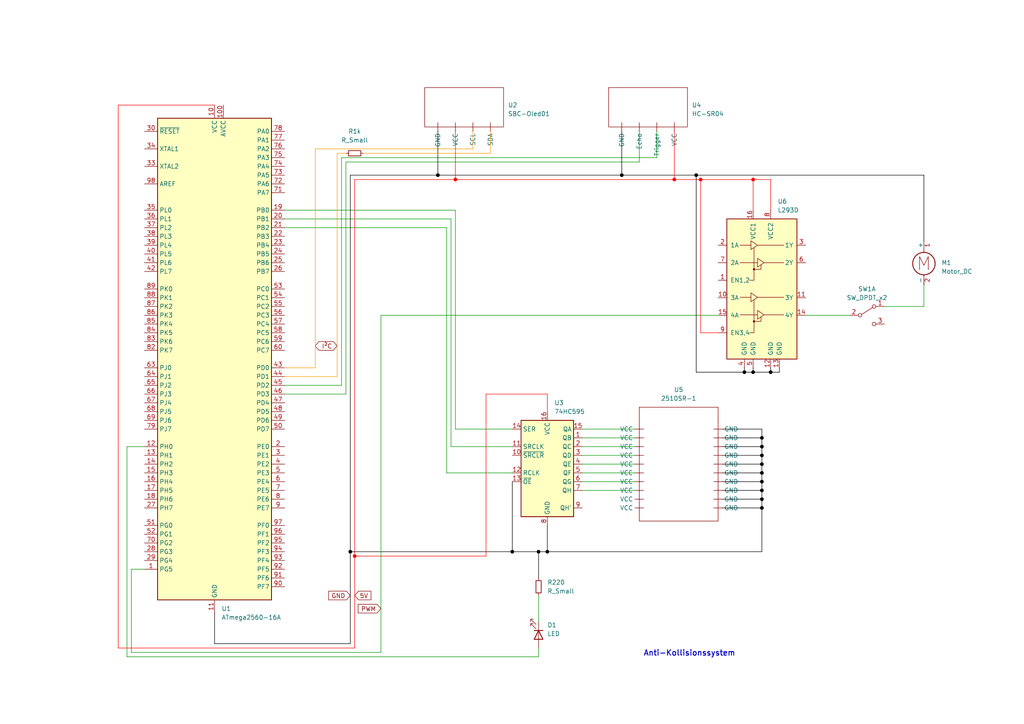
<source format=kicad_sch>
(kicad_sch (version 20211123) (generator eeschema)

  (uuid 7f9ed737-0654-4879-b4f4-38ae0c86d607)

  (paper "A4")

  (lib_symbols
    (symbol "74xx:74HC595" (in_bom yes) (on_board yes)
      (property "Reference" "U" (id 0) (at -7.62 13.97 0)
        (effects (font (size 1.27 1.27)))
      )
      (property "Value" "74HC595" (id 1) (at -7.62 -16.51 0)
        (effects (font (size 1.27 1.27)))
      )
      (property "Footprint" "" (id 2) (at 0 0 0)
        (effects (font (size 1.27 1.27)) hide)
      )
      (property "Datasheet" "http://www.ti.com/lit/ds/symlink/sn74hc595.pdf" (id 3) (at 0 0 0)
        (effects (font (size 1.27 1.27)) hide)
      )
      (property "ki_keywords" "HCMOS SR 3State" (id 4) (at 0 0 0)
        (effects (font (size 1.27 1.27)) hide)
      )
      (property "ki_description" "8-bit serial in/out Shift Register 3-State Outputs" (id 5) (at 0 0 0)
        (effects (font (size 1.27 1.27)) hide)
      )
      (property "ki_fp_filters" "DIP*W7.62mm* SOIC*3.9x9.9mm*P1.27mm* TSSOP*4.4x5mm*P0.65mm* SOIC*5.3x10.2mm*P1.27mm* SOIC*7.5x10.3mm*P1.27mm*" (id 6) (at 0 0 0)
        (effects (font (size 1.27 1.27)) hide)
      )
      (symbol "74HC595_1_0"
        (pin tri_state line (at 10.16 7.62 180) (length 2.54)
          (name "QB" (effects (font (size 1.27 1.27))))
          (number "1" (effects (font (size 1.27 1.27))))
        )
        (pin input line (at -10.16 2.54 0) (length 2.54)
          (name "~{SRCLR}" (effects (font (size 1.27 1.27))))
          (number "10" (effects (font (size 1.27 1.27))))
        )
        (pin input line (at -10.16 5.08 0) (length 2.54)
          (name "SRCLK" (effects (font (size 1.27 1.27))))
          (number "11" (effects (font (size 1.27 1.27))))
        )
        (pin input line (at -10.16 -2.54 0) (length 2.54)
          (name "RCLK" (effects (font (size 1.27 1.27))))
          (number "12" (effects (font (size 1.27 1.27))))
        )
        (pin input line (at -10.16 -5.08 0) (length 2.54)
          (name "~{OE}" (effects (font (size 1.27 1.27))))
          (number "13" (effects (font (size 1.27 1.27))))
        )
        (pin input line (at -10.16 10.16 0) (length 2.54)
          (name "SER" (effects (font (size 1.27 1.27))))
          (number "14" (effects (font (size 1.27 1.27))))
        )
        (pin tri_state line (at 10.16 10.16 180) (length 2.54)
          (name "QA" (effects (font (size 1.27 1.27))))
          (number "15" (effects (font (size 1.27 1.27))))
        )
        (pin power_in line (at 0 15.24 270) (length 2.54)
          (name "VCC" (effects (font (size 1.27 1.27))))
          (number "16" (effects (font (size 1.27 1.27))))
        )
        (pin tri_state line (at 10.16 5.08 180) (length 2.54)
          (name "QC" (effects (font (size 1.27 1.27))))
          (number "2" (effects (font (size 1.27 1.27))))
        )
        (pin tri_state line (at 10.16 2.54 180) (length 2.54)
          (name "QD" (effects (font (size 1.27 1.27))))
          (number "3" (effects (font (size 1.27 1.27))))
        )
        (pin tri_state line (at 10.16 0 180) (length 2.54)
          (name "QE" (effects (font (size 1.27 1.27))))
          (number "4" (effects (font (size 1.27 1.27))))
        )
        (pin tri_state line (at 10.16 -2.54 180) (length 2.54)
          (name "QF" (effects (font (size 1.27 1.27))))
          (number "5" (effects (font (size 1.27 1.27))))
        )
        (pin tri_state line (at 10.16 -5.08 180) (length 2.54)
          (name "QG" (effects (font (size 1.27 1.27))))
          (number "6" (effects (font (size 1.27 1.27))))
        )
        (pin tri_state line (at 10.16 -7.62 180) (length 2.54)
          (name "QH" (effects (font (size 1.27 1.27))))
          (number "7" (effects (font (size 1.27 1.27))))
        )
        (pin power_in line (at 0 -17.78 90) (length 2.54)
          (name "GND" (effects (font (size 1.27 1.27))))
          (number "8" (effects (font (size 1.27 1.27))))
        )
        (pin output line (at 10.16 -12.7 180) (length 2.54)
          (name "QH'" (effects (font (size 1.27 1.27))))
          (number "9" (effects (font (size 1.27 1.27))))
        )
      )
      (symbol "74HC595_1_1"
        (rectangle (start -7.62 12.7) (end 7.62 -15.24)
          (stroke (width 0.254) (type default) (color 0 0 0 0))
          (fill (type background))
        )
      )
    )
    (symbol "Custom:2510SR-1" (in_bom yes) (on_board yes)
      (property "Reference" "U" (id 0) (at 0 0 0)
        (effects (font (size 1.27 1.27)))
      )
      (property "Value" "2510SR-1" (id 1) (at 0 0 0)
        (effects (font (size 1.27 1.27)))
      )
      (property "Footprint" "" (id 2) (at 0 0 0)
        (effects (font (size 1.27 1.27)) hide)
      )
      (property "Datasheet" "" (id 3) (at 0 0 0)
        (effects (font (size 1.27 1.27)) hide)
      )
      (symbol "2510SR-1_0_1"
        (rectangle (start -11.43 3.81) (end 11.43 -29.21)
          (stroke (width 0) (type default) (color 0 0 0 0))
          (fill (type none))
        )
      )
      (symbol "2510SR-1_1_1"
        (pin input line (at 10.16 -25.4 0) (length 2.54)
          (name "GND" (effects (font (size 1.27 1.27))))
          (number "" (effects (font (size 1.27 1.27))))
        )
        (pin input line (at 10.16 -22.86 0) (length 2.54)
          (name "GND" (effects (font (size 1.27 1.27))))
          (number "" (effects (font (size 1.27 1.27))))
        )
        (pin input line (at 10.16 -20.32 0) (length 2.54)
          (name "GND" (effects (font (size 1.27 1.27))))
          (number "" (effects (font (size 1.27 1.27))))
        )
        (pin input line (at 10.16 -17.78 0) (length 2.54)
          (name "GND" (effects (font (size 1.27 1.27))))
          (number "" (effects (font (size 1.27 1.27))))
        )
        (pin input line (at 10.16 -15.24 0) (length 2.54)
          (name "GND" (effects (font (size 1.27 1.27))))
          (number "" (effects (font (size 1.27 1.27))))
        )
        (pin input line (at 10.16 -12.7 0) (length 2.54)
          (name "GND" (effects (font (size 1.27 1.27))))
          (number "" (effects (font (size 1.27 1.27))))
        )
        (pin input line (at 10.16 -10.16 0) (length 2.54)
          (name "GND" (effects (font (size 1.27 1.27))))
          (number "" (effects (font (size 1.27 1.27))))
        )
        (pin input line (at 10.16 -7.62 0) (length 2.54)
          (name "GND" (effects (font (size 1.27 1.27))))
          (number "" (effects (font (size 1.27 1.27))))
        )
        (pin input line (at 10.16 -5.08 0) (length 2.54)
          (name "GND" (effects (font (size 1.27 1.27))))
          (number "" (effects (font (size 1.27 1.27))))
        )
        (pin input line (at 10.16 -2.54 0) (length 2.54)
          (name "GND" (effects (font (size 1.27 1.27))))
          (number "" (effects (font (size 1.27 1.27))))
        )
        (pin input line (at -10.16 -25.4 180) (length 2.54)
          (name "VCC" (effects (font (size 1.27 1.27))))
          (number "" (effects (font (size 1.27 1.27))))
        )
        (pin input line (at -10.16 -22.86 180) (length 2.54)
          (name "VCC" (effects (font (size 1.27 1.27))))
          (number "" (effects (font (size 1.27 1.27))))
        )
        (pin input line (at -10.16 -20.32 180) (length 2.54)
          (name "VCC" (effects (font (size 1.27 1.27))))
          (number "" (effects (font (size 1.27 1.27))))
        )
        (pin input line (at -10.16 -17.78 180) (length 2.54)
          (name "VCC" (effects (font (size 1.27 1.27))))
          (number "" (effects (font (size 1.27 1.27))))
        )
        (pin input line (at -10.16 -15.24 180) (length 2.54)
          (name "VCC" (effects (font (size 1.27 1.27))))
          (number "" (effects (font (size 1.27 1.27))))
        )
        (pin input line (at -10.16 -12.7 180) (length 2.54)
          (name "VCC" (effects (font (size 1.27 1.27))))
          (number "" (effects (font (size 1.27 1.27))))
        )
        (pin input line (at -10.16 -10.16 180) (length 2.54)
          (name "VCC" (effects (font (size 1.27 1.27))))
          (number "" (effects (font (size 1.27 1.27))))
        )
        (pin input line (at -10.16 -7.62 180) (length 2.54)
          (name "VCC" (effects (font (size 1.27 1.27))))
          (number "" (effects (font (size 1.27 1.27))))
        )
        (pin input line (at -10.16 -5.08 180) (length 2.54)
          (name "VCC" (effects (font (size 1.27 1.27))))
          (number "" (effects (font (size 1.27 1.27))))
        )
        (pin input line (at -10.16 -2.54 180) (length 2.54)
          (name "VCC" (effects (font (size 1.27 1.27))))
          (number "" (effects (font (size 1.27 1.27))))
        )
      )
    )
    (symbol "Custom:HC-SR04" (in_bom yes) (on_board yes)
      (property "Reference" "U" (id 0) (at 0 0 0)
        (effects (font (size 1.27 1.27)))
      )
      (property "Value" "HC-SR04" (id 1) (at 0 0 0)
        (effects (font (size 1.27 1.27)))
      )
      (property "Footprint" "" (id 2) (at 0 0 0)
        (effects (font (size 1.27 1.27)) hide)
      )
      (property "Datasheet" "" (id 3) (at 0 0 0)
        (effects (font (size 1.27 1.27)) hide)
      )
      (symbol "HC-SR04_0_1"
        (rectangle (start -11.43 2.54) (end 11.43 -8.89)
          (stroke (width 0) (type default) (color 0 0 0 0))
          (fill (type none))
        )
      )
      (symbol "HC-SR04_1_1"
        (pin input line (at -2.54 -7.62 270) (length 2.54)
          (name "Echo" (effects (font (size 1.27 1.27))))
          (number "" (effects (font (size 1.27 1.27))))
        )
        (pin input line (at -7.62 -7.62 270) (length 2.54)
          (name "GND" (effects (font (size 1.27 1.27))))
          (number "" (effects (font (size 1.27 1.27))))
        )
        (pin input line (at 2.54 -7.62 270) (length 2.54)
          (name "Trigger" (effects (font (size 1.27 1.27))))
          (number "" (effects (font (size 1.27 1.27))))
        )
        (pin input line (at 7.62 -7.62 270) (length 2.54)
          (name "VCC" (effects (font (size 1.27 1.27))))
          (number "" (effects (font (size 1.27 1.27))))
        )
      )
    )
    (symbol "Custom:SBC-Oled01" (in_bom yes) (on_board yes)
      (property "Reference" "U" (id 0) (at 0 0 0)
        (effects (font (size 1.27 1.27)))
      )
      (property "Value" "SBC-Oled01" (id 1) (at 0 2.54 0)
        (effects (font (size 1.27 1.27)))
      )
      (property "Footprint" "" (id 2) (at 0 0 0)
        (effects (font (size 1.27 1.27)) hide)
      )
      (property "Datasheet" "" (id 3) (at 0 0 0)
        (effects (font (size 1.27 1.27)) hide)
      )
      (symbol "SBC-Oled01_0_1"
        (rectangle (start -11.43 5.08) (end 11.43 -6.35)
          (stroke (width 0) (type default) (color 0 0 0 0))
          (fill (type none))
        )
      )
      (symbol "SBC-Oled01_1_1"
        (pin input line (at -7.62 -5.08 270) (length 2.54)
          (name "GND" (effects (font (size 1.27 1.27))))
          (number "" (effects (font (size 1.27 1.27))))
        )
        (pin input line (at 2.54 -5.08 270) (length 2.54)
          (name "SCL" (effects (font (size 1.27 1.27))))
          (number "" (effects (font (size 1.27 1.27))))
        )
        (pin input line (at 7.62 -5.08 270) (length 2.54)
          (name "SDA" (effects (font (size 1.27 1.27))))
          (number "" (effects (font (size 1.27 1.27))))
        )
        (pin input line (at -2.54 -5.08 270) (length 2.54)
          (name "VCC" (effects (font (size 1.27 1.27))))
          (number "" (effects (font (size 1.27 1.27))))
        )
      )
    )
    (symbol "Device:LED" (pin_numbers hide) (pin_names (offset 1.016) hide) (in_bom yes) (on_board yes)
      (property "Reference" "D" (id 0) (at 0 2.54 0)
        (effects (font (size 1.27 1.27)))
      )
      (property "Value" "LED" (id 1) (at 0 -2.54 0)
        (effects (font (size 1.27 1.27)))
      )
      (property "Footprint" "" (id 2) (at 0 0 0)
        (effects (font (size 1.27 1.27)) hide)
      )
      (property "Datasheet" "~" (id 3) (at 0 0 0)
        (effects (font (size 1.27 1.27)) hide)
      )
      (property "ki_keywords" "LED diode" (id 4) (at 0 0 0)
        (effects (font (size 1.27 1.27)) hide)
      )
      (property "ki_description" "Light emitting diode" (id 5) (at 0 0 0)
        (effects (font (size 1.27 1.27)) hide)
      )
      (property "ki_fp_filters" "LED* LED_SMD:* LED_THT:*" (id 6) (at 0 0 0)
        (effects (font (size 1.27 1.27)) hide)
      )
      (symbol "LED_0_1"
        (polyline
          (pts
            (xy -1.27 -1.27)
            (xy -1.27 1.27)
          )
          (stroke (width 0.254) (type default) (color 0 0 0 0))
          (fill (type none))
        )
        (polyline
          (pts
            (xy -1.27 0)
            (xy 1.27 0)
          )
          (stroke (width 0) (type default) (color 0 0 0 0))
          (fill (type none))
        )
        (polyline
          (pts
            (xy 1.27 -1.27)
            (xy 1.27 1.27)
            (xy -1.27 0)
            (xy 1.27 -1.27)
          )
          (stroke (width 0.254) (type default) (color 0 0 0 0))
          (fill (type none))
        )
        (polyline
          (pts
            (xy -3.048 -0.762)
            (xy -4.572 -2.286)
            (xy -3.81 -2.286)
            (xy -4.572 -2.286)
            (xy -4.572 -1.524)
          )
          (stroke (width 0) (type default) (color 0 0 0 0))
          (fill (type none))
        )
        (polyline
          (pts
            (xy -1.778 -0.762)
            (xy -3.302 -2.286)
            (xy -2.54 -2.286)
            (xy -3.302 -2.286)
            (xy -3.302 -1.524)
          )
          (stroke (width 0) (type default) (color 0 0 0 0))
          (fill (type none))
        )
      )
      (symbol "LED_1_1"
        (pin passive line (at -3.81 0 0) (length 2.54)
          (name "K" (effects (font (size 1.27 1.27))))
          (number "1" (effects (font (size 1.27 1.27))))
        )
        (pin passive line (at 3.81 0 180) (length 2.54)
          (name "A" (effects (font (size 1.27 1.27))))
          (number "2" (effects (font (size 1.27 1.27))))
        )
      )
    )
    (symbol "Device:R_Small" (pin_numbers hide) (pin_names (offset 0.254) hide) (in_bom yes) (on_board yes)
      (property "Reference" "R" (id 0) (at 0.762 0.508 0)
        (effects (font (size 1.27 1.27)) (justify left))
      )
      (property "Value" "R_Small" (id 1) (at 0.762 -1.016 0)
        (effects (font (size 1.27 1.27)) (justify left))
      )
      (property "Footprint" "" (id 2) (at 0 0 0)
        (effects (font (size 1.27 1.27)) hide)
      )
      (property "Datasheet" "~" (id 3) (at 0 0 0)
        (effects (font (size 1.27 1.27)) hide)
      )
      (property "ki_keywords" "R resistor" (id 4) (at 0 0 0)
        (effects (font (size 1.27 1.27)) hide)
      )
      (property "ki_description" "Resistor, small symbol" (id 5) (at 0 0 0)
        (effects (font (size 1.27 1.27)) hide)
      )
      (property "ki_fp_filters" "R_*" (id 6) (at 0 0 0)
        (effects (font (size 1.27 1.27)) hide)
      )
      (symbol "R_Small_0_1"
        (rectangle (start -0.762 1.778) (end 0.762 -1.778)
          (stroke (width 0.2032) (type default) (color 0 0 0 0))
          (fill (type none))
        )
      )
      (symbol "R_Small_1_1"
        (pin passive line (at 0 2.54 270) (length 0.762)
          (name "~" (effects (font (size 1.27 1.27))))
          (number "1" (effects (font (size 1.27 1.27))))
        )
        (pin passive line (at 0 -2.54 90) (length 0.762)
          (name "~" (effects (font (size 1.27 1.27))))
          (number "2" (effects (font (size 1.27 1.27))))
        )
      )
    )
    (symbol "Driver_Motor:L293D" (pin_names (offset 1.016)) (in_bom yes) (on_board yes)
      (property "Reference" "U" (id 0) (at -5.08 26.035 0)
        (effects (font (size 1.27 1.27)) (justify right))
      )
      (property "Value" "L293D" (id 1) (at -5.08 24.13 0)
        (effects (font (size 1.27 1.27)) (justify right))
      )
      (property "Footprint" "Package_DIP:DIP-16_W7.62mm" (id 2) (at 6.35 -19.05 0)
        (effects (font (size 1.27 1.27)) (justify left) hide)
      )
      (property "Datasheet" "http://www.ti.com/lit/ds/symlink/l293.pdf" (id 3) (at -7.62 17.78 0)
        (effects (font (size 1.27 1.27)) hide)
      )
      (property "ki_keywords" "Half-H Driver Motor" (id 4) (at 0 0 0)
        (effects (font (size 1.27 1.27)) hide)
      )
      (property "ki_description" "Quadruple Half-H Drivers" (id 5) (at 0 0 0)
        (effects (font (size 1.27 1.27)) hide)
      )
      (property "ki_fp_filters" "DIP*W7.62mm*" (id 6) (at 0 0 0)
        (effects (font (size 1.27 1.27)) hide)
      )
      (symbol "L293D_0_1"
        (rectangle (start -10.16 22.86) (end 10.16 -17.78)
          (stroke (width 0.254) (type default) (color 0 0 0 0))
          (fill (type background))
        )
        (circle (center -2.286 -6.858) (radius 0.254)
          (stroke (width 0) (type default) (color 0 0 0 0))
          (fill (type outline))
        )
        (circle (center -2.286 8.255) (radius 0.254)
          (stroke (width 0) (type default) (color 0 0 0 0))
          (fill (type outline))
        )
        (polyline
          (pts
            (xy -6.35 -4.953)
            (xy -1.27 -4.953)
          )
          (stroke (width 0) (type default) (color 0 0 0 0))
          (fill (type none))
        )
        (polyline
          (pts
            (xy -6.35 0.127)
            (xy -3.175 0.127)
          )
          (stroke (width 0) (type default) (color 0 0 0 0))
          (fill (type none))
        )
        (polyline
          (pts
            (xy -6.35 10.16)
            (xy -1.27 10.16)
          )
          (stroke (width 0) (type default) (color 0 0 0 0))
          (fill (type none))
        )
        (polyline
          (pts
            (xy -6.35 15.24)
            (xy -3.175 15.24)
          )
          (stroke (width 0) (type default) (color 0 0 0 0))
          (fill (type none))
        )
        (polyline
          (pts
            (xy -1.27 0.127)
            (xy 6.35 0.127)
          )
          (stroke (width 0) (type default) (color 0 0 0 0))
          (fill (type none))
        )
        (polyline
          (pts
            (xy -1.27 15.24)
            (xy 6.35 15.24)
          )
          (stroke (width 0) (type default) (color 0 0 0 0))
          (fill (type none))
        )
        (polyline
          (pts
            (xy 0.635 -4.953)
            (xy 6.35 -4.953)
          )
          (stroke (width 0) (type default) (color 0 0 0 0))
          (fill (type none))
        )
        (polyline
          (pts
            (xy 0.635 10.16)
            (xy 6.35 10.16)
          )
          (stroke (width 0) (type default) (color 0 0 0 0))
          (fill (type none))
        )
        (polyline
          (pts
            (xy -2.286 -6.858)
            (xy -0.254 -6.858)
            (xy -0.254 -5.588)
          )
          (stroke (width 0) (type default) (color 0 0 0 0))
          (fill (type none))
        )
        (polyline
          (pts
            (xy -2.286 -0.635)
            (xy -2.286 -10.16)
            (xy -3.556 -10.16)
          )
          (stroke (width 0) (type default) (color 0 0 0 0))
          (fill (type none))
        )
        (polyline
          (pts
            (xy -2.286 8.255)
            (xy -0.254 8.255)
            (xy -0.254 9.525)
          )
          (stroke (width 0) (type default) (color 0 0 0 0))
          (fill (type none))
        )
        (polyline
          (pts
            (xy -2.286 14.478)
            (xy -2.286 5.08)
            (xy -3.556 5.08)
          )
          (stroke (width 0) (type default) (color 0 0 0 0))
          (fill (type none))
        )
        (polyline
          (pts
            (xy -3.175 1.397)
            (xy -3.175 -1.143)
            (xy -1.27 0.127)
            (xy -3.175 1.397)
          )
          (stroke (width 0) (type default) (color 0 0 0 0))
          (fill (type none))
        )
        (polyline
          (pts
            (xy -3.175 16.51)
            (xy -3.175 13.97)
            (xy -1.27 15.24)
            (xy -3.175 16.51)
          )
          (stroke (width 0) (type default) (color 0 0 0 0))
          (fill (type none))
        )
        (polyline
          (pts
            (xy -1.27 -3.683)
            (xy -1.27 -6.223)
            (xy 0.635 -4.953)
            (xy -1.27 -3.683)
          )
          (stroke (width 0) (type default) (color 0 0 0 0))
          (fill (type none))
        )
        (polyline
          (pts
            (xy -1.27 11.43)
            (xy -1.27 8.89)
            (xy 0.635 10.16)
            (xy -1.27 11.43)
          )
          (stroke (width 0) (type default) (color 0 0 0 0))
          (fill (type none))
        )
      )
      (symbol "L293D_1_1"
        (pin input line (at -12.7 5.08 0) (length 2.54)
          (name "EN1,2" (effects (font (size 1.27 1.27))))
          (number "1" (effects (font (size 1.27 1.27))))
        )
        (pin input line (at -12.7 0 0) (length 2.54)
          (name "3A" (effects (font (size 1.27 1.27))))
          (number "10" (effects (font (size 1.27 1.27))))
        )
        (pin output line (at 12.7 0 180) (length 2.54)
          (name "3Y" (effects (font (size 1.27 1.27))))
          (number "11" (effects (font (size 1.27 1.27))))
        )
        (pin power_in line (at 2.54 -20.32 90) (length 2.54)
          (name "GND" (effects (font (size 1.27 1.27))))
          (number "12" (effects (font (size 1.27 1.27))))
        )
        (pin power_in line (at 5.08 -20.32 90) (length 2.54)
          (name "GND" (effects (font (size 1.27 1.27))))
          (number "13" (effects (font (size 1.27 1.27))))
        )
        (pin output line (at 12.7 -5.08 180) (length 2.54)
          (name "4Y" (effects (font (size 1.27 1.27))))
          (number "14" (effects (font (size 1.27 1.27))))
        )
        (pin input line (at -12.7 -5.08 0) (length 2.54)
          (name "4A" (effects (font (size 1.27 1.27))))
          (number "15" (effects (font (size 1.27 1.27))))
        )
        (pin power_in line (at -2.54 25.4 270) (length 2.54)
          (name "VCC1" (effects (font (size 1.27 1.27))))
          (number "16" (effects (font (size 1.27 1.27))))
        )
        (pin input line (at -12.7 15.24 0) (length 2.54)
          (name "1A" (effects (font (size 1.27 1.27))))
          (number "2" (effects (font (size 1.27 1.27))))
        )
        (pin output line (at 12.7 15.24 180) (length 2.54)
          (name "1Y" (effects (font (size 1.27 1.27))))
          (number "3" (effects (font (size 1.27 1.27))))
        )
        (pin power_in line (at -5.08 -20.32 90) (length 2.54)
          (name "GND" (effects (font (size 1.27 1.27))))
          (number "4" (effects (font (size 1.27 1.27))))
        )
        (pin power_in line (at -2.54 -20.32 90) (length 2.54)
          (name "GND" (effects (font (size 1.27 1.27))))
          (number "5" (effects (font (size 1.27 1.27))))
        )
        (pin output line (at 12.7 10.16 180) (length 2.54)
          (name "2Y" (effects (font (size 1.27 1.27))))
          (number "6" (effects (font (size 1.27 1.27))))
        )
        (pin input line (at -12.7 10.16 0) (length 2.54)
          (name "2A" (effects (font (size 1.27 1.27))))
          (number "7" (effects (font (size 1.27 1.27))))
        )
        (pin power_in line (at 2.54 25.4 270) (length 2.54)
          (name "VCC2" (effects (font (size 1.27 1.27))))
          (number "8" (effects (font (size 1.27 1.27))))
        )
        (pin input line (at -12.7 -10.16 0) (length 2.54)
          (name "EN3,4" (effects (font (size 1.27 1.27))))
          (number "9" (effects (font (size 1.27 1.27))))
        )
      )
    )
    (symbol "MCU_Microchip_ATmega:ATmega2560-16A" (in_bom yes) (on_board yes)
      (property "Reference" "U" (id 0) (at 0 1.27 0)
        (effects (font (size 1.27 1.27)) (justify bottom))
      )
      (property "Value" "ATmega2560-16A" (id 1) (at 0 -1.27 0)
        (effects (font (size 1.27 1.27)) (justify top))
      )
      (property "Footprint" "Package_QFP:TQFP-100_14x14mm_P0.5mm" (id 2) (at 0 0 0)
        (effects (font (size 1.27 1.27) italic) hide)
      )
      (property "Datasheet" "http://ww1.microchip.com/downloads/en/DeviceDoc/Atmel-2549-8-bit-AVR-Microcontroller-ATmega640-1280-1281-2560-2561_datasheet.pdf" (id 3) (at 0 0 0)
        (effects (font (size 1.27 1.27)) hide)
      )
      (property "ki_keywords" "AVR 8bit Microcontroller MegaAVR" (id 4) (at 0 0 0)
        (effects (font (size 1.27 1.27)) hide)
      )
      (property "ki_description" "16MHz, 256kB Flash, 8kB SRAM, 4kB EEPROM, JTAG, TQFP-100" (id 5) (at 0 0 0)
        (effects (font (size 1.27 1.27)) hide)
      )
      (property "ki_fp_filters" "TQFP*14x14mm*P0.5mm*" (id 6) (at 0 0 0)
        (effects (font (size 1.27 1.27)) hide)
      )
      (symbol "ATmega2560-16A_0_1"
        (rectangle (start -16.51 -69.85) (end 16.51 69.85)
          (stroke (width 0.254) (type default) (color 0 0 0 0))
          (fill (type background))
        )
      )
      (symbol "ATmega2560-16A_1_1"
        (pin bidirectional line (at -20.32 -60.96 0) (length 3.81)
          (name "PG5" (effects (font (size 1.27 1.27))))
          (number "1" (effects (font (size 1.27 1.27))))
        )
        (pin power_in line (at 0 73.66 270) (length 3.81)
          (name "VCC" (effects (font (size 1.27 1.27))))
          (number "10" (effects (font (size 1.27 1.27))))
        )
        (pin power_in line (at 2.54 73.66 270) (length 3.81)
          (name "AVCC" (effects (font (size 1.27 1.27))))
          (number "100" (effects (font (size 1.27 1.27))))
        )
        (pin power_in line (at 0 -73.66 90) (length 3.81)
          (name "GND" (effects (font (size 1.27 1.27))))
          (number "11" (effects (font (size 1.27 1.27))))
        )
        (pin bidirectional line (at -20.32 -25.4 0) (length 3.81)
          (name "PH0" (effects (font (size 1.27 1.27))))
          (number "12" (effects (font (size 1.27 1.27))))
        )
        (pin bidirectional line (at -20.32 -27.94 0) (length 3.81)
          (name "PH1" (effects (font (size 1.27 1.27))))
          (number "13" (effects (font (size 1.27 1.27))))
        )
        (pin bidirectional line (at -20.32 -30.48 0) (length 3.81)
          (name "PH2" (effects (font (size 1.27 1.27))))
          (number "14" (effects (font (size 1.27 1.27))))
        )
        (pin bidirectional line (at -20.32 -33.02 0) (length 3.81)
          (name "PH3" (effects (font (size 1.27 1.27))))
          (number "15" (effects (font (size 1.27 1.27))))
        )
        (pin bidirectional line (at -20.32 -35.56 0) (length 3.81)
          (name "PH4" (effects (font (size 1.27 1.27))))
          (number "16" (effects (font (size 1.27 1.27))))
        )
        (pin bidirectional line (at -20.32 -38.1 0) (length 3.81)
          (name "PH5" (effects (font (size 1.27 1.27))))
          (number "17" (effects (font (size 1.27 1.27))))
        )
        (pin bidirectional line (at -20.32 -40.64 0) (length 3.81)
          (name "PH6" (effects (font (size 1.27 1.27))))
          (number "18" (effects (font (size 1.27 1.27))))
        )
        (pin bidirectional line (at 20.32 43.18 180) (length 3.81)
          (name "PB0" (effects (font (size 1.27 1.27))))
          (number "19" (effects (font (size 1.27 1.27))))
        )
        (pin bidirectional line (at 20.32 -25.4 180) (length 3.81)
          (name "PE0" (effects (font (size 1.27 1.27))))
          (number "2" (effects (font (size 1.27 1.27))))
        )
        (pin bidirectional line (at 20.32 40.64 180) (length 3.81)
          (name "PB1" (effects (font (size 1.27 1.27))))
          (number "20" (effects (font (size 1.27 1.27))))
        )
        (pin bidirectional line (at 20.32 38.1 180) (length 3.81)
          (name "PB2" (effects (font (size 1.27 1.27))))
          (number "21" (effects (font (size 1.27 1.27))))
        )
        (pin bidirectional line (at 20.32 35.56 180) (length 3.81)
          (name "PB3" (effects (font (size 1.27 1.27))))
          (number "22" (effects (font (size 1.27 1.27))))
        )
        (pin bidirectional line (at 20.32 33.02 180) (length 3.81)
          (name "PB4" (effects (font (size 1.27 1.27))))
          (number "23" (effects (font (size 1.27 1.27))))
        )
        (pin bidirectional line (at 20.32 30.48 180) (length 3.81)
          (name "PB5" (effects (font (size 1.27 1.27))))
          (number "24" (effects (font (size 1.27 1.27))))
        )
        (pin bidirectional line (at 20.32 27.94 180) (length 3.81)
          (name "PB6" (effects (font (size 1.27 1.27))))
          (number "25" (effects (font (size 1.27 1.27))))
        )
        (pin bidirectional line (at 20.32 25.4 180) (length 3.81)
          (name "PB7" (effects (font (size 1.27 1.27))))
          (number "26" (effects (font (size 1.27 1.27))))
        )
        (pin bidirectional line (at -20.32 -43.18 0) (length 3.81)
          (name "PH7" (effects (font (size 1.27 1.27))))
          (number "27" (effects (font (size 1.27 1.27))))
        )
        (pin bidirectional line (at -20.32 -55.88 0) (length 3.81)
          (name "PG3" (effects (font (size 1.27 1.27))))
          (number "28" (effects (font (size 1.27 1.27))))
        )
        (pin bidirectional line (at -20.32 -58.42 0) (length 3.81)
          (name "PG4" (effects (font (size 1.27 1.27))))
          (number "29" (effects (font (size 1.27 1.27))))
        )
        (pin bidirectional line (at 20.32 -27.94 180) (length 3.81)
          (name "PE1" (effects (font (size 1.27 1.27))))
          (number "3" (effects (font (size 1.27 1.27))))
        )
        (pin input line (at -20.32 66.04 0) (length 3.81)
          (name "~{RESET}" (effects (font (size 1.27 1.27))))
          (number "30" (effects (font (size 1.27 1.27))))
        )
        (pin passive line (at 0 73.66 270) (length 3.81) hide
          (name "VCC" (effects (font (size 1.27 1.27))))
          (number "31" (effects (font (size 1.27 1.27))))
        )
        (pin passive line (at 0 -73.66 90) (length 3.81) hide
          (name "GND" (effects (font (size 1.27 1.27))))
          (number "32" (effects (font (size 1.27 1.27))))
        )
        (pin output line (at -20.32 55.88 0) (length 3.81)
          (name "XTAL2" (effects (font (size 1.27 1.27))))
          (number "33" (effects (font (size 1.27 1.27))))
        )
        (pin input line (at -20.32 60.96 0) (length 3.81)
          (name "XTAL1" (effects (font (size 1.27 1.27))))
          (number "34" (effects (font (size 1.27 1.27))))
        )
        (pin bidirectional line (at -20.32 43.18 0) (length 3.81)
          (name "PL0" (effects (font (size 1.27 1.27))))
          (number "35" (effects (font (size 1.27 1.27))))
        )
        (pin bidirectional line (at -20.32 40.64 0) (length 3.81)
          (name "PL1" (effects (font (size 1.27 1.27))))
          (number "36" (effects (font (size 1.27 1.27))))
        )
        (pin bidirectional line (at -20.32 38.1 0) (length 3.81)
          (name "PL2" (effects (font (size 1.27 1.27))))
          (number "37" (effects (font (size 1.27 1.27))))
        )
        (pin bidirectional line (at -20.32 35.56 0) (length 3.81)
          (name "PL3" (effects (font (size 1.27 1.27))))
          (number "38" (effects (font (size 1.27 1.27))))
        )
        (pin bidirectional line (at -20.32 33.02 0) (length 3.81)
          (name "PL4" (effects (font (size 1.27 1.27))))
          (number "39" (effects (font (size 1.27 1.27))))
        )
        (pin bidirectional line (at 20.32 -30.48 180) (length 3.81)
          (name "PE2" (effects (font (size 1.27 1.27))))
          (number "4" (effects (font (size 1.27 1.27))))
        )
        (pin bidirectional line (at -20.32 30.48 0) (length 3.81)
          (name "PL5" (effects (font (size 1.27 1.27))))
          (number "40" (effects (font (size 1.27 1.27))))
        )
        (pin bidirectional line (at -20.32 27.94 0) (length 3.81)
          (name "PL6" (effects (font (size 1.27 1.27))))
          (number "41" (effects (font (size 1.27 1.27))))
        )
        (pin bidirectional line (at -20.32 25.4 0) (length 3.81)
          (name "PL7" (effects (font (size 1.27 1.27))))
          (number "42" (effects (font (size 1.27 1.27))))
        )
        (pin bidirectional line (at 20.32 -2.54 180) (length 3.81)
          (name "PD0" (effects (font (size 1.27 1.27))))
          (number "43" (effects (font (size 1.27 1.27))))
        )
        (pin bidirectional line (at 20.32 -5.08 180) (length 3.81)
          (name "PD1" (effects (font (size 1.27 1.27))))
          (number "44" (effects (font (size 1.27 1.27))))
        )
        (pin bidirectional line (at 20.32 -7.62 180) (length 3.81)
          (name "PD2" (effects (font (size 1.27 1.27))))
          (number "45" (effects (font (size 1.27 1.27))))
        )
        (pin bidirectional line (at 20.32 -10.16 180) (length 3.81)
          (name "PD3" (effects (font (size 1.27 1.27))))
          (number "46" (effects (font (size 1.27 1.27))))
        )
        (pin bidirectional line (at 20.32 -12.7 180) (length 3.81)
          (name "PD4" (effects (font (size 1.27 1.27))))
          (number "47" (effects (font (size 1.27 1.27))))
        )
        (pin bidirectional line (at 20.32 -15.24 180) (length 3.81)
          (name "PD5" (effects (font (size 1.27 1.27))))
          (number "48" (effects (font (size 1.27 1.27))))
        )
        (pin bidirectional line (at 20.32 -17.78 180) (length 3.81)
          (name "PD6" (effects (font (size 1.27 1.27))))
          (number "49" (effects (font (size 1.27 1.27))))
        )
        (pin bidirectional line (at 20.32 -33.02 180) (length 3.81)
          (name "PE3" (effects (font (size 1.27 1.27))))
          (number "5" (effects (font (size 1.27 1.27))))
        )
        (pin bidirectional line (at 20.32 -20.32 180) (length 3.81)
          (name "PD7" (effects (font (size 1.27 1.27))))
          (number "50" (effects (font (size 1.27 1.27))))
        )
        (pin bidirectional line (at -20.32 -48.26 0) (length 3.81)
          (name "PG0" (effects (font (size 1.27 1.27))))
          (number "51" (effects (font (size 1.27 1.27))))
        )
        (pin bidirectional line (at -20.32 -50.8 0) (length 3.81)
          (name "PG1" (effects (font (size 1.27 1.27))))
          (number "52" (effects (font (size 1.27 1.27))))
        )
        (pin bidirectional line (at 20.32 20.32 180) (length 3.81)
          (name "PC0" (effects (font (size 1.27 1.27))))
          (number "53" (effects (font (size 1.27 1.27))))
        )
        (pin bidirectional line (at 20.32 17.78 180) (length 3.81)
          (name "PC1" (effects (font (size 1.27 1.27))))
          (number "54" (effects (font (size 1.27 1.27))))
        )
        (pin bidirectional line (at 20.32 15.24 180) (length 3.81)
          (name "PC2" (effects (font (size 1.27 1.27))))
          (number "55" (effects (font (size 1.27 1.27))))
        )
        (pin bidirectional line (at 20.32 12.7 180) (length 3.81)
          (name "PC3" (effects (font (size 1.27 1.27))))
          (number "56" (effects (font (size 1.27 1.27))))
        )
        (pin bidirectional line (at 20.32 10.16 180) (length 3.81)
          (name "PC4" (effects (font (size 1.27 1.27))))
          (number "57" (effects (font (size 1.27 1.27))))
        )
        (pin bidirectional line (at 20.32 7.62 180) (length 3.81)
          (name "PC5" (effects (font (size 1.27 1.27))))
          (number "58" (effects (font (size 1.27 1.27))))
        )
        (pin bidirectional line (at 20.32 5.08 180) (length 3.81)
          (name "PC6" (effects (font (size 1.27 1.27))))
          (number "59" (effects (font (size 1.27 1.27))))
        )
        (pin bidirectional line (at 20.32 -35.56 180) (length 3.81)
          (name "PE4" (effects (font (size 1.27 1.27))))
          (number "6" (effects (font (size 1.27 1.27))))
        )
        (pin bidirectional line (at 20.32 2.54 180) (length 3.81)
          (name "PC7" (effects (font (size 1.27 1.27))))
          (number "60" (effects (font (size 1.27 1.27))))
        )
        (pin passive line (at 0 73.66 270) (length 3.81) hide
          (name "VCC" (effects (font (size 1.27 1.27))))
          (number "61" (effects (font (size 1.27 1.27))))
        )
        (pin passive line (at 0 -73.66 90) (length 3.81) hide
          (name "GND" (effects (font (size 1.27 1.27))))
          (number "62" (effects (font (size 1.27 1.27))))
        )
        (pin bidirectional line (at -20.32 -2.54 0) (length 3.81)
          (name "PJ0" (effects (font (size 1.27 1.27))))
          (number "63" (effects (font (size 1.27 1.27))))
        )
        (pin bidirectional line (at -20.32 -5.08 0) (length 3.81)
          (name "PJ1" (effects (font (size 1.27 1.27))))
          (number "64" (effects (font (size 1.27 1.27))))
        )
        (pin bidirectional line (at -20.32 -7.62 0) (length 3.81)
          (name "PJ2" (effects (font (size 1.27 1.27))))
          (number "65" (effects (font (size 1.27 1.27))))
        )
        (pin bidirectional line (at -20.32 -10.16 0) (length 3.81)
          (name "PJ3" (effects (font (size 1.27 1.27))))
          (number "66" (effects (font (size 1.27 1.27))))
        )
        (pin bidirectional line (at -20.32 -12.7 0) (length 3.81)
          (name "PJ4" (effects (font (size 1.27 1.27))))
          (number "67" (effects (font (size 1.27 1.27))))
        )
        (pin bidirectional line (at -20.32 -15.24 0) (length 3.81)
          (name "PJ5" (effects (font (size 1.27 1.27))))
          (number "68" (effects (font (size 1.27 1.27))))
        )
        (pin bidirectional line (at -20.32 -17.78 0) (length 3.81)
          (name "PJ6" (effects (font (size 1.27 1.27))))
          (number "69" (effects (font (size 1.27 1.27))))
        )
        (pin bidirectional line (at 20.32 -38.1 180) (length 3.81)
          (name "PE5" (effects (font (size 1.27 1.27))))
          (number "7" (effects (font (size 1.27 1.27))))
        )
        (pin bidirectional line (at -20.32 -53.34 0) (length 3.81)
          (name "PG2" (effects (font (size 1.27 1.27))))
          (number "70" (effects (font (size 1.27 1.27))))
        )
        (pin bidirectional line (at 20.32 48.26 180) (length 3.81)
          (name "PA7" (effects (font (size 1.27 1.27))))
          (number "71" (effects (font (size 1.27 1.27))))
        )
        (pin bidirectional line (at 20.32 50.8 180) (length 3.81)
          (name "PA6" (effects (font (size 1.27 1.27))))
          (number "72" (effects (font (size 1.27 1.27))))
        )
        (pin bidirectional line (at 20.32 53.34 180) (length 3.81)
          (name "PA5" (effects (font (size 1.27 1.27))))
          (number "73" (effects (font (size 1.27 1.27))))
        )
        (pin bidirectional line (at 20.32 55.88 180) (length 3.81)
          (name "PA4" (effects (font (size 1.27 1.27))))
          (number "74" (effects (font (size 1.27 1.27))))
        )
        (pin bidirectional line (at 20.32 58.42 180) (length 3.81)
          (name "PA3" (effects (font (size 1.27 1.27))))
          (number "75" (effects (font (size 1.27 1.27))))
        )
        (pin bidirectional line (at 20.32 60.96 180) (length 3.81)
          (name "PA2" (effects (font (size 1.27 1.27))))
          (number "76" (effects (font (size 1.27 1.27))))
        )
        (pin bidirectional line (at 20.32 63.5 180) (length 3.81)
          (name "PA1" (effects (font (size 1.27 1.27))))
          (number "77" (effects (font (size 1.27 1.27))))
        )
        (pin bidirectional line (at 20.32 66.04 180) (length 3.81)
          (name "PA0" (effects (font (size 1.27 1.27))))
          (number "78" (effects (font (size 1.27 1.27))))
        )
        (pin bidirectional line (at -20.32 -20.32 0) (length 3.81)
          (name "PJ7" (effects (font (size 1.27 1.27))))
          (number "79" (effects (font (size 1.27 1.27))))
        )
        (pin bidirectional line (at 20.32 -40.64 180) (length 3.81)
          (name "PE6" (effects (font (size 1.27 1.27))))
          (number "8" (effects (font (size 1.27 1.27))))
        )
        (pin passive line (at 0 73.66 270) (length 3.81) hide
          (name "VCC" (effects (font (size 1.27 1.27))))
          (number "80" (effects (font (size 1.27 1.27))))
        )
        (pin passive line (at 0 -73.66 90) (length 3.81) hide
          (name "GND" (effects (font (size 1.27 1.27))))
          (number "81" (effects (font (size 1.27 1.27))))
        )
        (pin bidirectional line (at -20.32 2.54 0) (length 3.81)
          (name "PK7" (effects (font (size 1.27 1.27))))
          (number "82" (effects (font (size 1.27 1.27))))
        )
        (pin bidirectional line (at -20.32 5.08 0) (length 3.81)
          (name "PK6" (effects (font (size 1.27 1.27))))
          (number "83" (effects (font (size 1.27 1.27))))
        )
        (pin bidirectional line (at -20.32 7.62 0) (length 3.81)
          (name "PK5" (effects (font (size 1.27 1.27))))
          (number "84" (effects (font (size 1.27 1.27))))
        )
        (pin bidirectional line (at -20.32 10.16 0) (length 3.81)
          (name "PK4" (effects (font (size 1.27 1.27))))
          (number "85" (effects (font (size 1.27 1.27))))
        )
        (pin bidirectional line (at -20.32 12.7 0) (length 3.81)
          (name "PK3" (effects (font (size 1.27 1.27))))
          (number "86" (effects (font (size 1.27 1.27))))
        )
        (pin bidirectional line (at -20.32 15.24 0) (length 3.81)
          (name "PK2" (effects (font (size 1.27 1.27))))
          (number "87" (effects (font (size 1.27 1.27))))
        )
        (pin bidirectional line (at -20.32 17.78 0) (length 3.81)
          (name "PK1" (effects (font (size 1.27 1.27))))
          (number "88" (effects (font (size 1.27 1.27))))
        )
        (pin bidirectional line (at -20.32 20.32 0) (length 3.81)
          (name "PK0" (effects (font (size 1.27 1.27))))
          (number "89" (effects (font (size 1.27 1.27))))
        )
        (pin bidirectional line (at 20.32 -43.18 180) (length 3.81)
          (name "PE7" (effects (font (size 1.27 1.27))))
          (number "9" (effects (font (size 1.27 1.27))))
        )
        (pin bidirectional line (at 20.32 -66.04 180) (length 3.81)
          (name "PF7" (effects (font (size 1.27 1.27))))
          (number "90" (effects (font (size 1.27 1.27))))
        )
        (pin bidirectional line (at 20.32 -63.5 180) (length 3.81)
          (name "PF6" (effects (font (size 1.27 1.27))))
          (number "91" (effects (font (size 1.27 1.27))))
        )
        (pin bidirectional line (at 20.32 -60.96 180) (length 3.81)
          (name "PF5" (effects (font (size 1.27 1.27))))
          (number "92" (effects (font (size 1.27 1.27))))
        )
        (pin bidirectional line (at 20.32 -58.42 180) (length 3.81)
          (name "PF4" (effects (font (size 1.27 1.27))))
          (number "93" (effects (font (size 1.27 1.27))))
        )
        (pin bidirectional line (at 20.32 -55.88 180) (length 3.81)
          (name "PF3" (effects (font (size 1.27 1.27))))
          (number "94" (effects (font (size 1.27 1.27))))
        )
        (pin bidirectional line (at 20.32 -53.34 180) (length 3.81)
          (name "PF2" (effects (font (size 1.27 1.27))))
          (number "95" (effects (font (size 1.27 1.27))))
        )
        (pin bidirectional line (at 20.32 -50.8 180) (length 3.81)
          (name "PF1" (effects (font (size 1.27 1.27))))
          (number "96" (effects (font (size 1.27 1.27))))
        )
        (pin bidirectional line (at 20.32 -48.26 180) (length 3.81)
          (name "PF0" (effects (font (size 1.27 1.27))))
          (number "97" (effects (font (size 1.27 1.27))))
        )
        (pin passive line (at -20.32 50.8 0) (length 3.81)
          (name "AREF" (effects (font (size 1.27 1.27))))
          (number "98" (effects (font (size 1.27 1.27))))
        )
        (pin passive line (at 0 -73.66 90) (length 3.81) hide
          (name "GND" (effects (font (size 1.27 1.27))))
          (number "99" (effects (font (size 1.27 1.27))))
        )
      )
    )
    (symbol "Motor:Motor_DC" (pin_names (offset 0)) (in_bom yes) (on_board yes)
      (property "Reference" "M" (id 0) (at 2.54 2.54 0)
        (effects (font (size 1.27 1.27)) (justify left))
      )
      (property "Value" "Motor_DC" (id 1) (at 2.54 -5.08 0)
        (effects (font (size 1.27 1.27)) (justify left top))
      )
      (property "Footprint" "" (id 2) (at 0 -2.286 0)
        (effects (font (size 1.27 1.27)) hide)
      )
      (property "Datasheet" "~" (id 3) (at 0 -2.286 0)
        (effects (font (size 1.27 1.27)) hide)
      )
      (property "ki_keywords" "DC Motor" (id 4) (at 0 0 0)
        (effects (font (size 1.27 1.27)) hide)
      )
      (property "ki_description" "DC Motor" (id 5) (at 0 0 0)
        (effects (font (size 1.27 1.27)) hide)
      )
      (property "ki_fp_filters" "PinHeader*P2.54mm* TerminalBlock*" (id 6) (at 0 0 0)
        (effects (font (size 1.27 1.27)) hide)
      )
      (symbol "Motor_DC_0_0"
        (polyline
          (pts
            (xy -1.27 -3.302)
            (xy -1.27 0.508)
            (xy 0 -2.032)
            (xy 1.27 0.508)
            (xy 1.27 -3.302)
          )
          (stroke (width 0) (type default) (color 0 0 0 0))
          (fill (type none))
        )
      )
      (symbol "Motor_DC_0_1"
        (circle (center 0 -1.524) (radius 3.2512)
          (stroke (width 0.254) (type default) (color 0 0 0 0))
          (fill (type none))
        )
        (polyline
          (pts
            (xy 0 -7.62)
            (xy 0 -7.112)
          )
          (stroke (width 0) (type default) (color 0 0 0 0))
          (fill (type none))
        )
        (polyline
          (pts
            (xy 0 -4.7752)
            (xy 0 -5.1816)
          )
          (stroke (width 0) (type default) (color 0 0 0 0))
          (fill (type none))
        )
        (polyline
          (pts
            (xy 0 1.7272)
            (xy 0 2.0828)
          )
          (stroke (width 0) (type default) (color 0 0 0 0))
          (fill (type none))
        )
        (polyline
          (pts
            (xy 0 2.032)
            (xy 0 2.54)
          )
          (stroke (width 0) (type default) (color 0 0 0 0))
          (fill (type none))
        )
      )
      (symbol "Motor_DC_1_1"
        (pin passive line (at 0 5.08 270) (length 2.54)
          (name "+" (effects (font (size 1.27 1.27))))
          (number "1" (effects (font (size 1.27 1.27))))
        )
        (pin passive line (at 0 -7.62 90) (length 2.54)
          (name "-" (effects (font (size 1.27 1.27))))
          (number "2" (effects (font (size 1.27 1.27))))
        )
      )
    )
    (symbol "Switch:SW_DPDT_x2" (pin_names (offset 0) hide) (in_bom yes) (on_board yes)
      (property "Reference" "SW" (id 0) (at 0 4.318 0)
        (effects (font (size 1.27 1.27)))
      )
      (property "Value" "SW_DPDT_x2" (id 1) (at 0 -5.08 0)
        (effects (font (size 1.27 1.27)))
      )
      (property "Footprint" "" (id 2) (at 0 0 0)
        (effects (font (size 1.27 1.27)) hide)
      )
      (property "Datasheet" "~" (id 3) (at 0 0 0)
        (effects (font (size 1.27 1.27)) hide)
      )
      (property "ki_keywords" "switch dual-pole double-throw DPDT spdt ON-ON" (id 4) (at 0 0 0)
        (effects (font (size 1.27 1.27)) hide)
      )
      (property "ki_description" "Switch, dual pole double throw, separate symbols" (id 5) (at 0 0 0)
        (effects (font (size 1.27 1.27)) hide)
      )
      (property "ki_fp_filters" "SW*DPDT*" (id 6) (at 0 0 0)
        (effects (font (size 1.27 1.27)) hide)
      )
      (symbol "SW_DPDT_x2_0_0"
        (circle (center -2.032 0) (radius 0.508)
          (stroke (width 0) (type default) (color 0 0 0 0))
          (fill (type none))
        )
        (circle (center 2.032 -2.54) (radius 0.508)
          (stroke (width 0) (type default) (color 0 0 0 0))
          (fill (type none))
        )
      )
      (symbol "SW_DPDT_x2_0_1"
        (polyline
          (pts
            (xy -1.524 0.254)
            (xy 1.651 2.286)
          )
          (stroke (width 0) (type default) (color 0 0 0 0))
          (fill (type none))
        )
        (circle (center 2.032 2.54) (radius 0.508)
          (stroke (width 0) (type default) (color 0 0 0 0))
          (fill (type none))
        )
      )
      (symbol "SW_DPDT_x2_1_1"
        (pin passive line (at 5.08 2.54 180) (length 2.54)
          (name "A" (effects (font (size 1.27 1.27))))
          (number "1" (effects (font (size 1.27 1.27))))
        )
        (pin passive line (at -5.08 0 0) (length 2.54)
          (name "B" (effects (font (size 1.27 1.27))))
          (number "2" (effects (font (size 1.27 1.27))))
        )
        (pin passive line (at 5.08 -2.54 180) (length 2.54)
          (name "C" (effects (font (size 1.27 1.27))))
          (number "3" (effects (font (size 1.27 1.27))))
        )
      )
      (symbol "SW_DPDT_x2_2_1"
        (pin passive line (at 5.08 2.54 180) (length 2.54)
          (name "A" (effects (font (size 1.27 1.27))))
          (number "4" (effects (font (size 1.27 1.27))))
        )
        (pin passive line (at -5.08 0 0) (length 2.54)
          (name "B" (effects (font (size 1.27 1.27))))
          (number "5" (effects (font (size 1.27 1.27))))
        )
        (pin passive line (at 5.08 -2.54 180) (length 2.54)
          (name "C" (effects (font (size 1.27 1.27))))
          (number "6" (effects (font (size 1.27 1.27))))
        )
      )
    )
  )

  (junction (at 158.75 160.02) (diameter 0) (color 0 0 0 1)
    (uuid 2073444c-8e14-4b3f-b1e1-e6bae3eae0d0)
  )
  (junction (at 223.52 107.95) (diameter 0) (color 0 0 0 1)
    (uuid 28530544-bd4a-4f1c-a730-0583e68c1b22)
  )
  (junction (at 220.98 142.24) (diameter 0) (color 0 0 0 1)
    (uuid 2b63d975-bdcd-4a5a-a5b8-eb0690f790ed)
  )
  (junction (at 218.44 52.07) (diameter 0) (color 255 0 0 1)
    (uuid 3caf6d83-1c21-467e-8b57-b1735215e228)
  )
  (junction (at 180.34 50.8) (diameter 0) (color 0 0 0 1)
    (uuid 44a09a96-54bf-469c-bc9d-7769b08572c4)
  )
  (junction (at 195.58 52.07) (diameter 0) (color 255 0 0 1)
    (uuid 4a7e8b89-dacb-49bc-b6a1-ab2c5aec016a)
  )
  (junction (at 102.87 161.29) (diameter 0) (color 255 0 0 1)
    (uuid 4d0b8012-9da1-4b49-a9de-20864f1ba8a0)
  )
  (junction (at 220.98 129.54) (diameter 0) (color 0 0 0 1)
    (uuid 5622d3f3-9ae4-4dc5-845b-995db3885352)
  )
  (junction (at 127 50.8) (diameter 0) (color 0 0 0 1)
    (uuid 6c1b2fc0-173f-4dce-b630-522ef3c76cf4)
  )
  (junction (at 201.93 50.8) (diameter 0) (color 0 0 0 1)
    (uuid 79a95361-8f5f-4633-a3a0-1f852c0da466)
  )
  (junction (at 220.98 147.32) (diameter 0) (color 0 0 0 1)
    (uuid 88fe55b3-2647-4d74-b514-602a6ca380ae)
  )
  (junction (at 203.2 52.07) (diameter 0) (color 255 0 0 1)
    (uuid 8ad28063-6805-46c7-a6de-f58352f629b7)
  )
  (junction (at 220.98 144.78) (diameter 0) (color 0 0 0 1)
    (uuid a305768f-3b56-4b26-81e9-9e8dbdfaaec5)
  )
  (junction (at 156.21 160.02) (diameter 0) (color 0 0 0 1)
    (uuid a8ff9eaf-7ca7-43ff-a3b9-08d0873de12e)
  )
  (junction (at 132.08 52.07) (diameter 0) (color 255 0 0 1)
    (uuid afcfadf0-833b-43f3-806a-943b5e04876a)
  )
  (junction (at 220.98 139.7) (diameter 0) (color 0 0 0 1)
    (uuid bad73c82-6fce-422c-b2a6-24e55e7906ef)
  )
  (junction (at 215.9 107.95) (diameter 0) (color 0 0 0 1)
    (uuid c72489a1-eaeb-4389-8c02-23021189aa62)
  )
  (junction (at 220.98 132.08) (diameter 0) (color 0 0 0 1)
    (uuid cedc0cad-de11-4108-9c73-f23629a5e492)
  )
  (junction (at 220.98 127) (diameter 0) (color 0 0 0 1)
    (uuid ed4f97eb-d274-4ac8-8ae0-e6baaf3d6dd8)
  )
  (junction (at 220.98 134.62) (diameter 0) (color 0 0 0 1)
    (uuid f016725b-77cc-43e6-ae11-8cbc6a8ce3c6)
  )
  (junction (at 148.59 160.02) (diameter 0) (color 0 0 0 1)
    (uuid f4bcfb87-d2cd-4ec1-962e-8ea8a2282dcb)
  )
  (junction (at 101.6 160.02) (diameter 0) (color 0 0 0 1)
    (uuid fad1d1d1-af2e-4709-a62b-0fe83c3b7199)
  )
  (junction (at 218.44 107.95) (diameter 0) (color 0 0 0 1)
    (uuid fd57a50e-b08f-43a7-9aba-ac20e428c855)
  )
  (junction (at 220.98 137.16) (diameter 0) (color 0 0 0 1)
    (uuid feca9597-3848-4fa8-8d1a-ab0a047e8d41)
  )

  (wire (pts (xy 99.06 111.76) (xy 99.06 45.72))
    (stroke (width 0) (type default) (color 0 0 0 0))
    (uuid 05564e47-f113-4dc5-8800-5808a1083f14)
  )
  (wire (pts (xy 185.42 38.1) (xy 185.42 46.99))
    (stroke (width 0) (type default) (color 0 0 0 0))
    (uuid 065feb63-9305-48de-ab9d-2eb754374c88)
  )
  (wire (pts (xy 148.59 160.02) (xy 101.6 160.02))
    (stroke (width 0) (type default) (color 0 0 0 1))
    (uuid 0871d8d1-09b5-47ca-bcad-ce45c7063483)
  )
  (wire (pts (xy 82.55 66.04) (xy 129.54 66.04))
    (stroke (width 0) (type default) (color 0 0 0 0))
    (uuid 08e9ff6a-3044-4a11-934a-9c53d2031ffe)
  )
  (wire (pts (xy 215.9 107.95) (xy 218.44 107.95))
    (stroke (width 0) (type default) (color 0 0 0 1))
    (uuid 0f112f1d-ebfe-4685-8800-34bd1058417a)
  )
  (wire (pts (xy 62.23 30.48) (xy 34.29 30.48))
    (stroke (width 0) (type default) (color 255 0 0 1))
    (uuid 1140c4bf-8ac9-4124-bbe1-693481a14933)
  )
  (wire (pts (xy 110.49 189.23) (xy 110.49 91.44))
    (stroke (width 0) (type default) (color 0 0 0 0))
    (uuid 12a2c90a-490f-46a1-b153-e513daab9dd6)
  )
  (wire (pts (xy 101.6 50.8) (xy 127 50.8))
    (stroke (width 0) (type default) (color 0 0 0 1))
    (uuid 12f96f91-f8eb-4d92-a232-8328d4e47b66)
  )
  (wire (pts (xy 132.08 124.46) (xy 148.59 124.46))
    (stroke (width 0) (type default) (color 0 0 0 0))
    (uuid 1305b5b9-eea7-4691-a85d-17abaf65ae46)
  )
  (wire (pts (xy 156.21 160.02) (xy 156.21 167.64))
    (stroke (width 0) (type default) (color 0 0 0 1))
    (uuid 1329b037-4285-4fbb-85e0-39b2f7930d46)
  )
  (wire (pts (xy 102.87 161.29) (xy 140.97 161.29))
    (stroke (width 0) (type default) (color 255 0 0 1))
    (uuid 14834807-3cd1-400e-be61-a9f5ee4c2e1d)
  )
  (wire (pts (xy 100.33 114.3) (xy 100.33 46.99))
    (stroke (width 0) (type default) (color 0 0 0 0))
    (uuid 15223e82-0444-4a19-ae1e-51438f3e2a8d)
  )
  (wire (pts (xy 201.93 107.95) (xy 215.9 107.95))
    (stroke (width 0) (type default) (color 0 0 0 1))
    (uuid 19af9b5a-d02f-423f-9c45-fb3eaee58fe7)
  )
  (wire (pts (xy 102.87 187.96) (xy 102.87 161.29))
    (stroke (width 0) (type default) (color 255 0 0 1))
    (uuid 19dff1f6-e978-42b1-88cd-305404776d86)
  )
  (wire (pts (xy 201.93 50.8) (xy 201.93 107.95))
    (stroke (width 0) (type default) (color 0 0 0 1))
    (uuid 2083fe91-9c57-4222-83e3-1b41c294e916)
  )
  (wire (pts (xy 110.49 91.44) (xy 208.28 91.44))
    (stroke (width 0) (type default) (color 0 0 0 0))
    (uuid 2140c8d4-c310-43b7-9a28-4f88c3855144)
  )
  (wire (pts (xy 102.87 161.29) (xy 102.87 52.07))
    (stroke (width 0) (type default) (color 255 0 0 1))
    (uuid 231222a2-ab18-4994-9e43-edafca317dbb)
  )
  (wire (pts (xy 209.55 139.7) (xy 220.98 139.7))
    (stroke (width 0) (type default) (color 0 0 0 1))
    (uuid 248e0344-5f05-4d77-acfd-c76b4fcdfcaf)
  )
  (wire (pts (xy 233.68 91.44) (xy 246.38 91.44))
    (stroke (width 0) (type default) (color 0 0 0 0))
    (uuid 256a069c-6399-4381-bc73-0a73cdb5eb42)
  )
  (wire (pts (xy 156.21 160.02) (xy 148.59 160.02))
    (stroke (width 0) (type default) (color 0 0 0 1))
    (uuid 27451e69-b619-48ff-a0d9-3f194449a7c4)
  )
  (wire (pts (xy 220.98 129.54) (xy 220.98 132.08))
    (stroke (width 0) (type default) (color 0 0 0 1))
    (uuid 27f8eece-edbe-40da-be41-d36a068c9d9e)
  )
  (wire (pts (xy 220.98 134.62) (xy 220.98 137.16))
    (stroke (width 0) (type default) (color 0 0 0 1))
    (uuid 281896fc-4697-4018-bb3c-e7ffaa9061e9)
  )
  (wire (pts (xy 195.58 52.07) (xy 203.2 52.07))
    (stroke (width 0) (type default) (color 255 0 0 1))
    (uuid 283d8e0a-2b73-42e6-802b-6e9a2fb34db3)
  )
  (wire (pts (xy 209.55 137.16) (xy 220.98 137.16))
    (stroke (width 0) (type default) (color 0 0 0 1))
    (uuid 2d67c0e7-46a3-42bd-9f5f-acf60cfa4924)
  )
  (wire (pts (xy 223.52 106.68) (xy 223.52 107.95))
    (stroke (width 0) (type default) (color 0 0 0 1))
    (uuid 2e814859-db52-4346-b96e-0535bc092404)
  )
  (wire (pts (xy 203.2 96.52) (xy 203.2 52.07))
    (stroke (width 0) (type default) (color 255 0 0 1))
    (uuid 3436fca5-cc66-49d9-87fc-52ec2a440dca)
  )
  (wire (pts (xy 140.97 161.29) (xy 140.97 114.3))
    (stroke (width 0) (type default) (color 255 0 0 1))
    (uuid 35362253-a08e-451d-9326-56ad2726b047)
  )
  (wire (pts (xy 195.58 38.1) (xy 195.58 52.07))
    (stroke (width 0) (type default) (color 255 0 0 1))
    (uuid 378c06d6-6122-475d-b910-b464f8f48fa5)
  )
  (wire (pts (xy 220.98 127) (xy 220.98 129.54))
    (stroke (width 0) (type default) (color 0 0 0 1))
    (uuid 3e467219-b419-4b27-9ac4-627a4e56d344)
  )
  (wire (pts (xy 140.97 114.3) (xy 158.75 114.3))
    (stroke (width 0) (type default) (color 255 0 0 1))
    (uuid 3f85688b-1ab0-4141-a423-3009d7f971fb)
  )
  (wire (pts (xy 129.54 137.16) (xy 148.59 137.16))
    (stroke (width 0) (type default) (color 0 0 0 0))
    (uuid 4207bdb2-7957-4d3b-8c73-0b7470919411)
  )
  (wire (pts (xy 99.06 45.72) (xy 190.5 45.72))
    (stroke (width 0) (type default) (color 0 0 0 0))
    (uuid 44cafe1a-7722-4ce1-8fbe-02d03fffb634)
  )
  (wire (pts (xy 256.54 88.9) (xy 267.97 88.9))
    (stroke (width 0) (type default) (color 0 0 0 0))
    (uuid 47907ef5-7874-4e83-8dd7-e7975afae52c)
  )
  (wire (pts (xy 209.55 134.62) (xy 220.98 134.62))
    (stroke (width 0) (type default) (color 0 0 0 1))
    (uuid 480c90e7-6d69-4f96-b646-22240b69a467)
  )
  (wire (pts (xy 158.75 114.3) (xy 158.75 119.38))
    (stroke (width 0) (type default) (color 255 0 0 1))
    (uuid 4ddf7561-af02-45f0-a0d4-e4404c032785)
  )
  (wire (pts (xy 156.21 187.96) (xy 156.21 190.5))
    (stroke (width 0) (type default) (color 0 0 0 0))
    (uuid 4ea7843e-d321-484d-9bc1-e810388d8275)
  )
  (wire (pts (xy 209.55 142.24) (xy 220.98 142.24))
    (stroke (width 0) (type default) (color 0 0 0 1))
    (uuid 4f6c669e-ad84-43ae-a3ac-8c4bae7b60da)
  )
  (wire (pts (xy 100.33 46.99) (xy 185.42 46.99))
    (stroke (width 0) (type default) (color 0 0 0 0))
    (uuid 51b4bcf1-9074-49c0-b360-cac7ac2edfd6)
  )
  (wire (pts (xy 267.97 88.9) (xy 267.97 82.55))
    (stroke (width 0) (type default) (color 0 0 0 0))
    (uuid 54167309-2959-4b4e-a427-1fd67e25599c)
  )
  (wire (pts (xy 127 50.8) (xy 180.34 50.8))
    (stroke (width 0) (type default) (color 0 0 0 1))
    (uuid 54db4157-d287-4214-bc5c-e65b2213da8c)
  )
  (wire (pts (xy 203.2 52.07) (xy 218.44 52.07))
    (stroke (width 0) (type default) (color 255 0 0 1))
    (uuid 5538aa7b-413f-483c-9f41-19e2e200fc99)
  )
  (wire (pts (xy 101.6 186.69) (xy 62.23 186.69))
    (stroke (width 0) (type default) (color 0 0 0 1))
    (uuid 56324b1e-23c0-4e21-9967-44743423102c)
  )
  (wire (pts (xy 168.91 132.08) (xy 184.15 132.08))
    (stroke (width 0) (type default) (color 0 0 0 0))
    (uuid 588d043c-970d-41ae-ba48-2d276da66beb)
  )
  (wire (pts (xy 218.44 52.07) (xy 223.52 52.07))
    (stroke (width 0) (type default) (color 255 0 0 1))
    (uuid 65098779-1697-4c25-88ee-4dbf83803515)
  )
  (wire (pts (xy 132.08 60.96) (xy 132.08 124.46))
    (stroke (width 0) (type default) (color 0 0 0 0))
    (uuid 69c86d13-43a2-41f4-be91-3af8117e78a0)
  )
  (wire (pts (xy 137.16 43.18) (xy 91.44 43.18))
    (stroke (width 0) (type default) (color 255 153 0 1))
    (uuid 6eaca688-9180-4020-9ea9-5550930aa81b)
  )
  (wire (pts (xy 101.6 160.02) (xy 101.6 186.69))
    (stroke (width 0) (type default) (color 0 0 0 1))
    (uuid 7493618d-c44b-4ff0-a403-a1803022cd77)
  )
  (wire (pts (xy 102.87 52.07) (xy 132.08 52.07))
    (stroke (width 0) (type default) (color 255 0 0 1))
    (uuid 753be0c1-0177-42dd-803c-b0d58762db2f)
  )
  (wire (pts (xy 82.55 111.76) (xy 99.06 111.76))
    (stroke (width 0) (type default) (color 0 0 0 0))
    (uuid 82f08c22-99bc-4b3c-8c14-9d5173953dc6)
  )
  (wire (pts (xy 97.79 109.22) (xy 82.55 109.22))
    (stroke (width 0) (type default) (color 255 153 0 1))
    (uuid 8840cf4b-f7c5-4f1c-8469-301dc8935b4e)
  )
  (wire (pts (xy 41.91 165.1) (xy 38.1 165.1))
    (stroke (width 0) (type default) (color 0 0 0 0))
    (uuid 8dcecf3c-edff-4197-83e6-b7a7de96bf32)
  )
  (wire (pts (xy 223.52 107.95) (xy 226.06 107.95))
    (stroke (width 0) (type default) (color 0 0 0 1))
    (uuid 8f1ec27c-1557-427a-a213-c92a23320933)
  )
  (wire (pts (xy 38.1 189.23) (xy 110.49 189.23))
    (stroke (width 0) (type default) (color 0 0 0 0))
    (uuid 94251d39-0aeb-4a95-b7de-b9a41f74cc80)
  )
  (wire (pts (xy 129.54 66.04) (xy 129.54 137.16))
    (stroke (width 0) (type default) (color 0 0 0 0))
    (uuid 9637ab25-7276-4313-b2b3-73618ec32d13)
  )
  (wire (pts (xy 130.81 129.54) (xy 148.59 129.54))
    (stroke (width 0) (type default) (color 0 0 0 0))
    (uuid 98e36c15-620a-4b9d-a8ed-aa9db3333845)
  )
  (wire (pts (xy 209.55 127) (xy 220.98 127))
    (stroke (width 0) (type default) (color 0 0 0 1))
    (uuid 99576766-3cd9-4e82-90f2-2b082fb9115f)
  )
  (wire (pts (xy 226.06 107.95) (xy 226.06 106.68))
    (stroke (width 0) (type default) (color 0 0 0 1))
    (uuid 99d3389a-3917-4887-996a-3429468f1f3c)
  )
  (wire (pts (xy 168.91 134.62) (xy 184.15 134.62))
    (stroke (width 0) (type default) (color 0 0 0 0))
    (uuid 9a5bdb79-3dba-4712-8f8a-d785122defb9)
  )
  (wire (pts (xy 220.98 139.7) (xy 220.98 142.24))
    (stroke (width 0) (type default) (color 0 0 0 1))
    (uuid 9baad359-c480-4973-b3de-84ed43b0551b)
  )
  (wire (pts (xy 168.91 127) (xy 184.15 127))
    (stroke (width 0) (type default) (color 0 0 0 0))
    (uuid a29e8138-017b-4918-ba6e-32778017296f)
  )
  (wire (pts (xy 148.59 139.7) (xy 148.59 160.02))
    (stroke (width 0) (type default) (color 0 0 0 1))
    (uuid a7911cc7-aabe-49aa-9452-38a094f46b56)
  )
  (wire (pts (xy 208.28 96.52) (xy 203.2 96.52))
    (stroke (width 0) (type default) (color 255 0 0 1))
    (uuid ab4fdeea-9b06-4cc7-8a2d-b8733246f6d5)
  )
  (wire (pts (xy 101.6 160.02) (xy 101.6 50.8))
    (stroke (width 0) (type default) (color 0 0 0 1))
    (uuid ace7ab01-fcb5-44ca-9005-4ba674c04937)
  )
  (wire (pts (xy 156.21 172.72) (xy 156.21 180.34))
    (stroke (width 0) (type default) (color 0 0 0 0))
    (uuid ad03c966-c46c-4d29-9047-db31ead376c2)
  )
  (wire (pts (xy 130.81 63.5) (xy 130.81 129.54))
    (stroke (width 0) (type default) (color 0 0 0 0))
    (uuid ae26edb3-7eb4-471b-a6b1-fa0fe217ee0c)
  )
  (wire (pts (xy 41.91 129.54) (xy 36.83 129.54))
    (stroke (width 0) (type default) (color 0 0 0 0))
    (uuid afd759de-d948-4914-88a9-73d105818521)
  )
  (wire (pts (xy 82.55 60.96) (xy 132.08 60.96))
    (stroke (width 0) (type default) (color 0 0 0 0))
    (uuid b05bed01-4d70-40e0-8c25-e570b3732e8b)
  )
  (wire (pts (xy 218.44 52.07) (xy 218.44 60.96))
    (stroke (width 0) (type default) (color 255 0 0 1))
    (uuid b11accf1-79e3-445b-9b44-32047e0496fb)
  )
  (wire (pts (xy 168.91 142.24) (xy 184.15 142.24))
    (stroke (width 0) (type default) (color 0 0 0 0))
    (uuid b12bc2ba-0839-4519-93a2-33d77c1598e4)
  )
  (wire (pts (xy 34.29 187.96) (xy 102.87 187.96))
    (stroke (width 0) (type default) (color 255 0 0 1))
    (uuid b503c033-e5cc-41b6-8268-69838cbfe3d4)
  )
  (wire (pts (xy 142.24 38.1) (xy 142.24 44.45))
    (stroke (width 0) (type default) (color 255 153 0 1))
    (uuid b9b2e384-1407-4257-a8d6-f72e9b331fe3)
  )
  (wire (pts (xy 158.75 152.4) (xy 158.75 160.02))
    (stroke (width 0) (type default) (color 0 0 0 1))
    (uuid bbe3264e-f303-4bb5-bd4e-6454704a794b)
  )
  (wire (pts (xy 168.91 137.16) (xy 184.15 137.16))
    (stroke (width 0) (type default) (color 0 0 0 0))
    (uuid bc778e74-f831-427c-9be5-3425074c30d3)
  )
  (wire (pts (xy 220.98 144.78) (xy 220.98 147.32))
    (stroke (width 0) (type default) (color 0 0 0 1))
    (uuid bcb4abfb-05cc-403e-8f4d-4af339a7ad62)
  )
  (wire (pts (xy 168.91 124.46) (xy 184.15 124.46))
    (stroke (width 0) (type default) (color 0 0 0 0))
    (uuid bf101671-211f-4adf-b2e3-ee24e63e0d49)
  )
  (wire (pts (xy 220.98 124.46) (xy 220.98 127))
    (stroke (width 0) (type default) (color 0 0 0 1))
    (uuid bff36e1a-964b-487c-bda4-95fde72d489f)
  )
  (wire (pts (xy 190.5 38.1) (xy 190.5 45.72))
    (stroke (width 0) (type default) (color 0 0 0 0))
    (uuid c3553440-dd52-4e00-8e0d-4da0a42f2a58)
  )
  (wire (pts (xy 180.34 50.8) (xy 201.93 50.8))
    (stroke (width 0) (type default) (color 0 0 0 1))
    (uuid c3d6853f-297e-4051-aa4a-4a825fa18c50)
  )
  (wire (pts (xy 215.9 106.68) (xy 215.9 107.95))
    (stroke (width 0) (type default) (color 0 0 0 1))
    (uuid c6c79556-2d71-4b5d-8d72-b3f26e6faf90)
  )
  (wire (pts (xy 209.55 132.08) (xy 220.98 132.08))
    (stroke (width 0) (type default) (color 0 0 0 1))
    (uuid c7d0e341-54f9-4674-af07-278fa347c927)
  )
  (wire (pts (xy 97.79 44.45) (xy 97.79 109.22))
    (stroke (width 0) (type default) (color 255 153 0 1))
    (uuid c88db65c-0720-4c9f-bf6c-2053428061d1)
  )
  (wire (pts (xy 168.91 129.54) (xy 184.15 129.54))
    (stroke (width 0) (type default) (color 0 0 0 0))
    (uuid ccca0532-c79b-4584-bec1-2b0f03050df6)
  )
  (wire (pts (xy 82.55 63.5) (xy 130.81 63.5))
    (stroke (width 0) (type default) (color 0 0 0 0))
    (uuid cf652220-2741-4e66-b24a-37195c9fb4d9)
  )
  (wire (pts (xy 62.23 186.69) (xy 62.23 177.8))
    (stroke (width 0) (type default) (color 0 0 0 1))
    (uuid d250f995-0c7b-4411-a8fa-f5c96518c6c1)
  )
  (wire (pts (xy 220.98 147.32) (xy 220.98 160.02))
    (stroke (width 0) (type default) (color 0 0 0 1))
    (uuid d32c6051-2929-48f2-a106-1221ab36a6ca)
  )
  (wire (pts (xy 137.16 38.1) (xy 137.16 43.18))
    (stroke (width 0) (type default) (color 255 153 0 1))
    (uuid d3e76a77-b4d7-4a1c-a417-fadd08e8c154)
  )
  (wire (pts (xy 91.44 106.68) (xy 82.55 106.68))
    (stroke (width 0) (type default) (color 255 153 0 1))
    (uuid d65c4103-e7ab-4447-a8e7-18f72ce3d148)
  )
  (wire (pts (xy 220.98 137.16) (xy 220.98 139.7))
    (stroke (width 0) (type default) (color 0 0 0 1))
    (uuid d74d25d1-5eb2-4d60-9359-e44736239f3e)
  )
  (wire (pts (xy 34.29 30.48) (xy 34.29 187.96))
    (stroke (width 0) (type default) (color 255 0 0 1))
    (uuid d752c860-b6a0-4932-9027-83abeca30c3f)
  )
  (wire (pts (xy 38.1 165.1) (xy 38.1 189.23))
    (stroke (width 0) (type default) (color 0 0 0 0))
    (uuid d9c3a9e6-2eff-4a95-971f-56e69acfe72f)
  )
  (wire (pts (xy 267.97 50.8) (xy 201.93 50.8))
    (stroke (width 0) (type default) (color 0 0 0 1))
    (uuid d9e35e3e-626c-4d21-8283-31dd29f9420a)
  )
  (wire (pts (xy 220.98 160.02) (xy 158.75 160.02))
    (stroke (width 0) (type default) (color 0 0 0 1))
    (uuid da3392f7-5df2-4c9f-9801-e1d632a6d6f5)
  )
  (wire (pts (xy 127 38.1) (xy 127 50.8))
    (stroke (width 0) (type default) (color 0 0 0 1))
    (uuid da9f5500-6e06-48a3-ab4e-d1ac9062f5af)
  )
  (wire (pts (xy 180.34 38.1) (xy 180.34 50.8))
    (stroke (width 0) (type default) (color 0 0 0 1))
    (uuid db5b69c5-a97b-45f7-acec-faeacae7cbde)
  )
  (wire (pts (xy 218.44 106.68) (xy 218.44 107.95))
    (stroke (width 0) (type default) (color 0 0 0 1))
    (uuid df470713-c66c-4175-8a97-3783bd4fb2f4)
  )
  (wire (pts (xy 223.52 52.07) (xy 223.52 60.96))
    (stroke (width 0) (type default) (color 255 0 0 1))
    (uuid e0650e75-fc81-4e02-abf0-00e649529a9b)
  )
  (wire (pts (xy 105.41 44.45) (xy 142.24 44.45))
    (stroke (width 0) (type default) (color 255 153 0 1))
    (uuid e3a2d205-e8ae-4df4-9c0e-378339968009)
  )
  (wire (pts (xy 36.83 129.54) (xy 36.83 190.5))
    (stroke (width 0) (type default) (color 0 0 0 0))
    (uuid e3cb6f67-3721-486a-ba8f-8447b4e654b8)
  )
  (wire (pts (xy 82.55 114.3) (xy 100.33 114.3))
    (stroke (width 0) (type default) (color 0 0 0 0))
    (uuid e50fe15d-a0eb-47d7-b18f-cf64d0c3fca7)
  )
  (wire (pts (xy 209.55 144.78) (xy 220.98 144.78))
    (stroke (width 0) (type default) (color 0 0 0 1))
    (uuid e7c9ceb0-f02f-4cef-9f0b-151c43c64a27)
  )
  (wire (pts (xy 91.44 43.18) (xy 91.44 106.68))
    (stroke (width 0) (type default) (color 255 153 0 1))
    (uuid ecd234cc-10f9-46e9-8f32-38289f053bb6)
  )
  (wire (pts (xy 220.98 132.08) (xy 220.98 134.62))
    (stroke (width 0) (type default) (color 0 0 0 1))
    (uuid ed69f6b5-8def-42b0-9071-9e9dacf50d37)
  )
  (wire (pts (xy 132.08 38.1) (xy 132.08 52.07))
    (stroke (width 0) (type default) (color 255 0 0 1))
    (uuid edd81a4b-65b3-45e6-b244-f86aa099c287)
  )
  (wire (pts (xy 132.08 52.07) (xy 195.58 52.07))
    (stroke (width 0) (type default) (color 255 0 0 1))
    (uuid eec0a232-a155-46e4-935c-2b47cf6b6b2a)
  )
  (wire (pts (xy 36.83 190.5) (xy 156.21 190.5))
    (stroke (width 0) (type default) (color 0 0 0 0))
    (uuid f0fdf749-ed0c-4aaa-80ca-eaf56f0f9a4c)
  )
  (wire (pts (xy 168.91 139.7) (xy 184.15 139.7))
    (stroke (width 0) (type default) (color 0 0 0 0))
    (uuid f234d754-41d0-45bf-8003-da2bf8de53a2)
  )
  (wire (pts (xy 97.79 44.45) (xy 100.33 44.45))
    (stroke (width 0) (type default) (color 255 153 0 1))
    (uuid f8f5b881-f32b-4371-8f9e-314cd31141c1)
  )
  (wire (pts (xy 209.55 147.32) (xy 220.98 147.32))
    (stroke (width 0) (type default) (color 0 0 0 1))
    (uuid fb5f3f10-f94b-4322-9d19-c57a158d29b5)
  )
  (wire (pts (xy 267.97 69.85) (xy 267.97 50.8))
    (stroke (width 0) (type default) (color 0 0 0 1))
    (uuid fc0b4929-970c-438c-b2bc-4f4f2d4ee9ec)
  )
  (wire (pts (xy 209.55 129.54) (xy 220.98 129.54))
    (stroke (width 0) (type default) (color 0 0 0 1))
    (uuid fc94b262-b4b2-49e6-b55a-218c20c095a4)
  )
  (wire (pts (xy 209.55 124.46) (xy 220.98 124.46))
    (stroke (width 0) (type default) (color 0 0 0 1))
    (uuid ff0ca5f8-257f-40c1-8dc3-54ff8c84a96a)
  )
  (wire (pts (xy 218.44 107.95) (xy 223.52 107.95))
    (stroke (width 0) (type default) (color 0 0 0 1))
    (uuid ff400ef6-6e97-40cc-8a21-9966881be0b9)
  )
  (wire (pts (xy 220.98 142.24) (xy 220.98 144.78))
    (stroke (width 0) (type default) (color 0 0 0 1))
    (uuid ff440035-c4d4-4738-bfe6-c9fb5ac470b4)
  )
  (wire (pts (xy 158.75 160.02) (xy 156.21 160.02))
    (stroke (width 0) (type default) (color 0 0 0 1))
    (uuid fff6d8ec-3747-4ce7-83df-d038cc766ed5)
  )

  (text "Anti-Kollisionssystem" (at 213.36 190.5 180)
    (effects (font (size 1.6 1.6) (thickness 0.254) bold) (justify right bottom))
    (uuid 6d855d70-34d4-4d9c-a4a2-f7e268dad521)
  )

  (global_label "5V" (shape input) (at 102.87 172.72 0) (fields_autoplaced)
    (effects (font (size 1.27 1.27)) (justify left))
    (uuid 207b4d80-d755-4255-b898-136fa09e4cb2)
    (property "Intersheet References" "${INTERSHEET_REFS}" (id 0) (at 107.5812 172.6406 0)
      (effects (font (size 1.27 1.27)) (justify left) hide)
    )
  )
  (global_label "I²C" (shape bidirectional) (at 97.79 100.33 180) (fields_autoplaced)
    (effects (font (size 1.27 1.27)) (justify right))
    (uuid 7305ded2-7918-4070-8818-5fb29d8ed1c8)
    (property "Intersheet References" "${INTERSHEET_REFS}" (id 0) (at 92.5345 100.2506 0)
      (effects (font (size 1.27 1.27)) (justify right) hide)
    )
  )
  (global_label "GND" (shape input) (at 101.6 172.72 180) (fields_autoplaced)
    (effects (font (size 1.27 1.27)) (justify right))
    (uuid 7b57a7f1-1037-46c8-819c-8abf863faa1a)
    (property "Intersheet References" "${INTERSHEET_REFS}" (id 0) (at 95.3164 172.6406 0)
      (effects (font (size 1.27 1.27)) (justify right) hide)
    )
  )
  (global_label "PWM" (shape input) (at 110.49 176.53 180) (fields_autoplaced)
    (effects (font (size 1.27 1.27)) (justify right))
    (uuid ca317ae8-dcb8-4e87-8511-8df14687fa64)
    (property "Intersheet References" "${INTERSHEET_REFS}" (id 0) (at 103.904 176.4506 0)
      (effects (font (size 1.27 1.27)) (justify right) hide)
    )
  )

  (symbol (lib_id "MCU_Microchip_ATmega:ATmega2560-16A") (at 62.23 104.14 0) (unit 1)
    (in_bom yes) (on_board yes) (fields_autoplaced)
    (uuid 09285e0e-36f1-4bdc-adbc-b5391c855c50)
    (property "Reference" "U1" (id 0) (at 64.2494 176.53 0)
      (effects (font (size 1.27 1.27)) (justify left))
    )
    (property "Value" "ATmega2560-16A" (id 1) (at 64.2494 179.07 0)
      (effects (font (size 1.27 1.27)) (justify left))
    )
    (property "Footprint" "Package_QFP:TQFP-100_14x14mm_P0.5mm" (id 2) (at 62.23 104.14 0)
      (effects (font (size 1.27 1.27) italic) hide)
    )
    (property "Datasheet" "http://ww1.microchip.com/downloads/en/DeviceDoc/Atmel-2549-8-bit-AVR-Microcontroller-ATmega640-1280-1281-2560-2561_datasheet.pdf" (id 3) (at 62.23 104.14 0)
      (effects (font (size 1.27 1.27)) hide)
    )
    (pin "1" (uuid 30739b72-a8fc-41a0-b9a4-c47ce649f954))
    (pin "10" (uuid 6af97bd5-9d10-4729-aacc-5559b671bad2))
    (pin "100" (uuid e13b70da-1b85-4439-8a81-24f797198e6a))
    (pin "11" (uuid 8cdcd544-7082-4874-bec0-304120f5088a))
    (pin "12" (uuid 1e6177db-cf03-47a2-85fd-ae244bff1f7f))
    (pin "13" (uuid 3c2ad115-0bd5-4fb0-af48-cdab11728e34))
    (pin "14" (uuid 731a522c-ea6c-42e6-8dc8-42e5b456a177))
    (pin "15" (uuid 8dae0f05-356a-4ab3-82d6-b062c581be18))
    (pin "16" (uuid 598a5760-0b54-4954-b49f-9dad7e875988))
    (pin "17" (uuid 9bc44a9b-024c-48f9-8f04-a95e1f77dde2))
    (pin "18" (uuid b8100ba5-cbbb-467b-b98c-5602e9bd0edc))
    (pin "19" (uuid c164e281-dad2-471e-b902-d73e068df00c))
    (pin "2" (uuid 4a941bf6-fbb4-4cb2-bf1a-b1ec7c6119f6))
    (pin "20" (uuid 7935ad6e-b99f-4bd3-98f8-7ad562ace305))
    (pin "21" (uuid 959a0239-1272-48c4-a9de-be61a1e1c9e5))
    (pin "22" (uuid 016183e8-bd68-4f80-907e-e5b00b44c563))
    (pin "23" (uuid b05ccefe-47ee-4059-9fca-0d217b3f0ea3))
    (pin "24" (uuid e66a1dce-e63a-43c9-a38d-cf8e79bb9cbe))
    (pin "25" (uuid a7cae24e-522d-4244-a64b-dca1ad1370a3))
    (pin "26" (uuid c50e4629-a4dd-46f4-820a-310c248f1aaf))
    (pin "27" (uuid 9dbd8272-4622-4303-83f9-7aa332db98d8))
    (pin "28" (uuid 1ff42532-1c7a-4089-9269-5946400fa9ec))
    (pin "29" (uuid 94c37ad9-0977-4965-b979-78a88e99262e))
    (pin "3" (uuid 98b7a404-23fa-4ce3-ae7a-3545359e59b3))
    (pin "30" (uuid 21cf123b-e7a0-4dcf-bded-9a8e32f41ae0))
    (pin "31" (uuid f31b2008-7926-4cc7-a690-afe8e1c7f15b))
    (pin "32" (uuid a23432dc-0065-4a14-af01-73b2bf43126f))
    (pin "33" (uuid 05d8876b-45ae-43b9-9ce1-ce9062619350))
    (pin "34" (uuid cac0a981-f624-4f6b-b0c5-624ee04a708a))
    (pin "35" (uuid 3fa27efd-28aa-4ca6-82d2-ea850f3810dd))
    (pin "36" (uuid 6b93ef74-88dd-44cd-a57e-1d5504bfefd2))
    (pin "37" (uuid 0d9058da-bda8-4f03-8661-5eee84eb9842))
    (pin "38" (uuid e7199b62-1882-4a64-9d22-feadc2378b59))
    (pin "39" (uuid f8302fe7-f062-41d3-b231-3b00eef9b1bd))
    (pin "4" (uuid 5325a201-e4f6-4c1c-b4b1-1bda95b577c7))
    (pin "40" (uuid 3bcace17-6055-4784-9e57-a132e80f955d))
    (pin "41" (uuid 1c7466da-1d06-42e1-9975-f1c228776449))
    (pin "42" (uuid e471cbce-c383-4f56-989a-45aa9b3b46b3))
    (pin "43" (uuid 772fbea1-276d-4d4f-b4fc-d745a75a22ee))
    (pin "44" (uuid 6fe5e810-4951-4e4d-ad84-b06c6cc133d0))
    (pin "45" (uuid 490651d0-421c-40e6-8e00-09392b6ad382))
    (pin "46" (uuid 134018bc-4662-46fd-bf4e-6013598b96f5))
    (pin "47" (uuid c427231c-96d9-49a7-9fee-084efab3b093))
    (pin "48" (uuid 5916438e-36d2-4684-992b-0fc38d0e5c6a))
    (pin "49" (uuid 4f946656-e571-4869-8b99-7a66ec00152f))
    (pin "5" (uuid c518fc1f-8f16-434e-8438-c5f6bdbdc6ee))
    (pin "50" (uuid f73d9900-f662-44b2-b64f-e772909cc5df))
    (pin "51" (uuid 759eab7a-d6dc-4584-842f-38a96502e498))
    (pin "52" (uuid 312a356d-5884-42ee-b024-7a3d50dd3a62))
    (pin "53" (uuid 26666fc7-a0e3-4889-ad0e-2972fcdc7cb5))
    (pin "54" (uuid 57f625e7-3fce-449b-a85d-a232641cde1f))
    (pin "55" (uuid 1ad0ede2-a853-4626-a43d-7342448709ff))
    (pin "56" (uuid 57e7966d-c8e1-42f4-ad24-4faf1e41c158))
    (pin "57" (uuid 628dac93-f39e-417e-a064-cfe7429b5955))
    (pin "58" (uuid 9967a55b-ba6d-405b-89ca-03c5c380e858))
    (pin "59" (uuid 041ffa20-fb87-4051-b2e9-b1f84f429ce8))
    (pin "6" (uuid a04b9600-ee0d-4343-82bd-14cc21767d53))
    (pin "60" (uuid 8f58390a-256d-4af3-a414-0a7c53255201))
    (pin "61" (uuid 89fd0c2b-38dd-4ef9-8632-646ac40b15f3))
    (pin "62" (uuid de313e9b-ee8e-403c-b0e7-fccba62227e2))
    (pin "63" (uuid b5f4d3bf-db16-4577-b73e-0637604fbd29))
    (pin "64" (uuid 1e2717e1-a93d-433f-b57b-43113a0c6bb6))
    (pin "65" (uuid 674df704-f373-4679-90f9-d1d604ba0d5f))
    (pin "66" (uuid 842623c5-8022-4f86-96a5-559c175e9915))
    (pin "67" (uuid 1591f089-e945-4faa-b7cc-7f36b1bc7008))
    (pin "68" (uuid 2aaa9847-dd2e-4e08-88f1-1c637e4a582a))
    (pin "69" (uuid d374787e-e0e5-4c22-9363-fb4bb82a6a06))
    (pin "7" (uuid 2dbf6820-868f-40d6-a69c-0d89a35a812b))
    (pin "70" (uuid 80b08c4b-a9ad-46e1-8658-d17135ee23ab))
    (pin "71" (uuid 71741791-e5ce-436d-bba5-dc33fc62cc95))
    (pin "72" (uuid 1c2f5fd3-63f5-4318-b04b-e33a2f102379))
    (pin "73" (uuid 609e73dd-decc-4667-a374-f458acb36f84))
    (pin "74" (uuid 23104584-b9fd-40cb-993d-17713d094a49))
    (pin "75" (uuid fe45c344-10e0-44b3-a54a-407bc0a35c30))
    (pin "76" (uuid 6e5474e7-620e-47a5-968e-c4810093cfc1))
    (pin "77" (uuid 3e5ac316-b3c5-4592-8a74-77d4389363b6))
    (pin "78" (uuid a7054cfb-a408-400a-b7d3-435eaa6362cc))
    (pin "79" (uuid a677f722-a98e-4d8d-9df9-3abe08ac99e4))
    (pin "8" (uuid 7bd4fa10-b3ca-4ce3-86d3-e54985e3af8f))
    (pin "80" (uuid 00068cb9-657a-4136-9825-fc8e75324d34))
    (pin "81" (uuid f7372849-1950-4985-a50e-a678555f9963))
    (pin "82" (uuid c70080a0-7289-4ed9-b26f-a978a8c93e72))
    (pin "83" (uuid 6826bb17-250d-4f48-912e-0896f6e26338))
    (pin "84" (uuid fed4495b-c20d-453f-b803-cc074e9e5e7c))
    (pin "85" (uuid 410577b5-7078-4327-9b1e-14498cb2acb8))
    (pin "86" (uuid f5a16134-a85a-4e7f-8f19-83921a2e48ce))
    (pin "87" (uuid 1c45f407-ee3a-4ca6-9e2a-dc34fe999010))
    (pin "88" (uuid cdafd10c-38de-4539-b66f-2dfb744abc5e))
    (pin "89" (uuid 86f8bba1-7aff-4432-9afa-a54df4f5e04e))
    (pin "9" (uuid a3194f7f-102a-4004-b152-ff16610167ee))
    (pin "90" (uuid 90449746-73d5-4c64-8b6c-a4d43c672f8f))
    (pin "91" (uuid 9642712e-7f05-4572-938b-05d0a0e30b6b))
    (pin "92" (uuid f61a8a75-37f7-4c91-ba04-80a73299752b))
    (pin "93" (uuid d067d916-34d1-4f43-b670-9f6d6f466337))
    (pin "94" (uuid 98aee7d5-bc0e-4ceb-8475-aaea1a6ed40b))
    (pin "95" (uuid d9fc2cc7-25a7-487c-a72b-3f44e3d6da18))
    (pin "96" (uuid 747178c8-2c58-4070-bd49-7b3a68116756))
    (pin "97" (uuid fabeb438-16db-4889-ac42-f2579a4f056f))
    (pin "98" (uuid 5ae761ef-0e62-45d1-8076-9ccb130dfddd))
    (pin "99" (uuid 249e8683-24c9-404d-ae2e-17a02582afd9))
  )

  (symbol (lib_id "Device:R_Small") (at 102.87 44.45 270) (unit 1)
    (in_bom yes) (on_board yes) (fields_autoplaced)
    (uuid 4022772b-d66b-4fd2-b5d0-8056790e357a)
    (property "Reference" "R1k" (id 0) (at 102.87 38.1 90))
    (property "Value" "R_Small" (id 1) (at 102.87 40.64 90))
    (property "Footprint" "" (id 2) (at 102.87 44.45 0)
      (effects (font (size 1.27 1.27)) hide)
    )
    (property "Datasheet" "~" (id 3) (at 102.87 44.45 0)
      (effects (font (size 1.27 1.27)) hide)
    )
    (pin "1" (uuid e0a8ffa1-e3f2-4cec-aef7-0d1a1115e6f0))
    (pin "2" (uuid c744f1f1-23d4-480c-8ad3-59d5a0e5a179))
  )

  (symbol (lib_id "Custom:HC-SR04") (at 187.96 27.94 0) (unit 1)
    (in_bom yes) (on_board yes) (fields_autoplaced)
    (uuid 4397de93-888a-4f36-95e8-6b81fbbc287f)
    (property "Reference" "U4" (id 0) (at 200.66 30.4799 0)
      (effects (font (size 1.27 1.27)) (justify left))
    )
    (property "Value" "HC-SR04" (id 1) (at 200.66 33.0199 0)
      (effects (font (size 1.27 1.27)) (justify left))
    )
    (property "Footprint" "" (id 2) (at 187.96 27.94 0)
      (effects (font (size 1.27 1.27)) hide)
    )
    (property "Datasheet" "" (id 3) (at 187.96 27.94 0)
      (effects (font (size 1.27 1.27)) hide)
    )
    (pin "" (uuid 853b4be1-64f3-4ebc-8c62-34851d8c6d85))
    (pin "" (uuid 853b4be1-64f3-4ebc-8c62-34851d8c6d85))
    (pin "" (uuid 853b4be1-64f3-4ebc-8c62-34851d8c6d85))
    (pin "" (uuid 853b4be1-64f3-4ebc-8c62-34851d8c6d85))
  )

  (symbol (lib_id "Custom:2510SR-1") (at 196.85 121.92 0) (unit 1)
    (in_bom yes) (on_board yes) (fields_autoplaced)
    (uuid 70fa7b94-1054-4478-9e8a-a88a427d2453)
    (property "Reference" "U5" (id 0) (at 196.85 113.03 0))
    (property "Value" "2510SR-1" (id 1) (at 196.85 115.57 0))
    (property "Footprint" "" (id 2) (at 196.85 121.92 0)
      (effects (font (size 1.27 1.27)) hide)
    )
    (property "Datasheet" "" (id 3) (at 196.85 121.92 0)
      (effects (font (size 1.27 1.27)) hide)
    )
    (pin "" (uuid c19bec3c-feee-4d2b-8b3a-c9cc54900553))
    (pin "" (uuid 02f10bad-3b51-4e4c-9beb-b8f83ce68ef6))
    (pin "" (uuid 4d18122b-a892-4b20-befd-ffe0793cb3ab))
    (pin "" (uuid c8d424e1-9278-4570-9825-11cecd015762))
    (pin "" (uuid 1dc61257-c2f5-47d2-8aa6-60a390f413b3))
    (pin "" (uuid fb49f1ff-feba-4241-b45f-8c9c8d8c70b7))
    (pin "" (uuid 5d71de6c-7071-453b-9710-c8dc4c4fbb78))
    (pin "" (uuid 59fdfa6b-2977-4509-a2b1-d018d28995a9))
    (pin "" (uuid ce2528b9-40db-4f03-8d80-68f04f6aa1d0))
    (pin "" (uuid 9aae6a2d-6270-4bf6-83c6-3d2a001a92d0))
    (pin "" (uuid f7fbc255-1fa2-499b-b79e-3998f95658a9))
    (pin "" (uuid 282856c9-317d-4124-9eca-59511fc5777f))
    (pin "" (uuid 349ae514-7452-458f-9e7b-56bb998a145a))
    (pin "" (uuid b7eb123d-1061-4c17-8a85-feaf3df3d9d4))
    (pin "" (uuid 7e09e2e1-b1f9-4ad5-be34-0afdb23ee45e))
    (pin "" (uuid 777bb9ff-0133-41e7-9140-be34a64abbc1))
    (pin "" (uuid a1d557d4-883a-4446-a3c5-9efb1fd10f3c))
    (pin "" (uuid dea14710-32f7-4b7f-a808-124907267945))
    (pin "" (uuid 4f956c1d-34df-4751-87e2-434f61d0d1c9))
    (pin "" (uuid 0fe8e5ab-8dca-415b-a4e4-697e3152db51))
  )

  (symbol (lib_id "74xx:74HC595") (at 158.75 134.62 0) (unit 1)
    (in_bom yes) (on_board yes) (fields_autoplaced)
    (uuid 7d44810b-3109-4876-9b55-7170ee5f2a7e)
    (property "Reference" "U3" (id 0) (at 160.7694 116.84 0)
      (effects (font (size 1.27 1.27)) (justify left))
    )
    (property "Value" "74HC595" (id 1) (at 160.7694 119.38 0)
      (effects (font (size 1.27 1.27)) (justify left))
    )
    (property "Footprint" "" (id 2) (at 158.75 134.62 0)
      (effects (font (size 1.27 1.27)) hide)
    )
    (property "Datasheet" "http://www.ti.com/lit/ds/symlink/sn74hc595.pdf" (id 3) (at 158.75 134.62 0)
      (effects (font (size 1.27 1.27)) hide)
    )
    (pin "1" (uuid 99b376d5-4c2f-4771-8385-3ce198377805))
    (pin "10" (uuid 861cb6b7-331d-48c6-a63f-b85eb3f3b530))
    (pin "11" (uuid f28a798c-90db-4be8-997e-1f3abf50574e))
    (pin "12" (uuid 42bc1cfc-92d3-4a77-a0c8-00478b8a2ba2))
    (pin "13" (uuid 8c22b7f7-984b-4d2c-b761-29265d810b83))
    (pin "14" (uuid c8590fdb-0477-42dd-9696-a76b648210a0))
    (pin "15" (uuid f930e298-d24f-4d6c-b4e7-c3c7cccfce06))
    (pin "16" (uuid 2f359510-e805-42ca-bb9d-63549492f5a2))
    (pin "2" (uuid 4e2c96d0-f0e9-4353-b79a-c05a9237c87c))
    (pin "3" (uuid 9e1637c2-b190-458b-b401-3585c0664684))
    (pin "4" (uuid 7c91b9bb-37a3-4ba7-8740-acc55766717e))
    (pin "5" (uuid b0e389a0-1216-4db6-b85a-ea6b96968a78))
    (pin "6" (uuid 347329da-9445-4cff-a0c3-bcf3fec5a133))
    (pin "7" (uuid 8a052891-c82b-49ed-b8d5-416a7ff92b4f))
    (pin "8" (uuid c8193b40-4a4b-465d-9fda-1e4ec8f9714a))
    (pin "9" (uuid 7040406a-4b20-4dde-9824-99bcecb0212e))
  )

  (symbol (lib_id "Custom:SBC-Oled01") (at 134.62 30.48 0) (unit 1)
    (in_bom yes) (on_board yes) (fields_autoplaced)
    (uuid 9da81dde-afbb-474f-af46-db34c6201cd5)
    (property "Reference" "U2" (id 0) (at 147.32 30.4799 0)
      (effects (font (size 1.27 1.27)) (justify left))
    )
    (property "Value" "SBC-Oled01" (id 1) (at 147.32 33.0199 0)
      (effects (font (size 1.27 1.27)) (justify left))
    )
    (property "Footprint" "" (id 2) (at 134.62 30.48 0)
      (effects (font (size 1.27 1.27)) hide)
    )
    (property "Datasheet" "" (id 3) (at 134.62 30.48 0)
      (effects (font (size 1.27 1.27)) hide)
    )
    (pin "" (uuid 673d6537-7fa2-4f2d-a9bc-b9067f6aca03))
    (pin "" (uuid 673d6537-7fa2-4f2d-a9bc-b9067f6aca03))
    (pin "" (uuid 673d6537-7fa2-4f2d-a9bc-b9067f6aca03))
    (pin "" (uuid 673d6537-7fa2-4f2d-a9bc-b9067f6aca03))
  )

  (symbol (lib_id "Motor:Motor_DC") (at 267.97 74.93 0) (unit 1)
    (in_bom yes) (on_board yes) (fields_autoplaced)
    (uuid 9e0d63bf-4794-4ad9-a41a-94053ddd2a90)
    (property "Reference" "M1" (id 0) (at 273.05 76.1999 0)
      (effects (font (size 1.27 1.27)) (justify left))
    )
    (property "Value" "Motor_DC" (id 1) (at 273.05 78.7399 0)
      (effects (font (size 1.27 1.27)) (justify left))
    )
    (property "Footprint" "" (id 2) (at 267.97 77.216 0)
      (effects (font (size 1.27 1.27)) hide)
    )
    (property "Datasheet" "~" (id 3) (at 267.97 77.216 0)
      (effects (font (size 1.27 1.27)) hide)
    )
    (pin "1" (uuid 4a01be5c-3969-48a0-9feb-fbf7ae35fe7d))
    (pin "2" (uuid 87164890-6b31-4a12-abdf-51ff62f13c90))
  )

  (symbol (lib_id "Driver_Motor:L293D") (at 220.98 86.36 0) (unit 1)
    (in_bom yes) (on_board yes) (fields_autoplaced)
    (uuid b379ed83-4763-42f8-8500-e9c91dc4c77d)
    (property "Reference" "U6" (id 0) (at 225.5394 58.42 0)
      (effects (font (size 1.27 1.27)) (justify left))
    )
    (property "Value" "L293D" (id 1) (at 225.5394 60.96 0)
      (effects (font (size 1.27 1.27)) (justify left))
    )
    (property "Footprint" "Package_DIP:DIP-16_W7.62mm" (id 2) (at 227.33 105.41 0)
      (effects (font (size 1.27 1.27)) (justify left) hide)
    )
    (property "Datasheet" "http://www.ti.com/lit/ds/symlink/l293.pdf" (id 3) (at 213.36 68.58 0)
      (effects (font (size 1.27 1.27)) hide)
    )
    (pin "1" (uuid 8cc3d3da-9b62-42a9-af4e-d080b1d48b35))
    (pin "10" (uuid c2b74160-1146-42b6-8782-69d1c9704ac3))
    (pin "11" (uuid 3871e501-1dd3-475c-bcfd-ba2a4f9dbad3))
    (pin "12" (uuid 65a215dd-e96d-40f3-ac73-ac341b59f034))
    (pin "13" (uuid aa320ced-803c-41a1-aa41-c45f720e31c1))
    (pin "14" (uuid d17a9522-96c5-4f86-9905-69cbc3ce4724))
    (pin "15" (uuid 26e51960-9ef1-43b3-a732-b0ac5ceb64d3))
    (pin "16" (uuid 8710e74b-6a1b-492c-bd8c-c5a2b853be14))
    (pin "2" (uuid bfec7bea-5b7a-4108-b4eb-a62a4565e4d8))
    (pin "3" (uuid cbcd5e73-4d16-4564-86dc-ab6671d8f1ec))
    (pin "4" (uuid 829380bf-4ba1-4f5e-b9f4-beeba1a9ae7d))
    (pin "5" (uuid 15d91aeb-6c13-47b5-81ec-e22acd06d5f6))
    (pin "6" (uuid 28870a1c-20b2-42cf-8223-2bf7df6a651e))
    (pin "7" (uuid 63edb405-19d4-4805-93c5-68aeb7f0dc2b))
    (pin "8" (uuid 715d9c3b-ca42-441f-8d74-e55e35e31966))
    (pin "9" (uuid 4ceca579-aea4-4079-9796-ad4f577d6406))
  )

  (symbol (lib_id "Switch:SW_DPDT_x2") (at 251.46 91.44 0) (unit 1)
    (in_bom yes) (on_board yes) (fields_autoplaced)
    (uuid d74de60b-4913-4b59-8150-27a307c3af84)
    (property "Reference" "SW1" (id 0) (at 251.46 83.82 0))
    (property "Value" "SW_DPDT_x2" (id 1) (at 251.46 86.36 0))
    (property "Footprint" "" (id 2) (at 251.46 91.44 0)
      (effects (font (size 1.27 1.27)) hide)
    )
    (property "Datasheet" "~" (id 3) (at 251.46 91.44 0)
      (effects (font (size 1.27 1.27)) hide)
    )
    (pin "1" (uuid 26d55898-42b4-4a0e-a5d1-c592c40e76b1))
    (pin "2" (uuid dd955805-5ac5-4d8e-a8cc-aa24b67db3ae))
    (pin "3" (uuid b86deffa-f38b-4931-8202-e55b993d05dc))
    (pin "4" (uuid a70677f3-6539-448d-9f9a-d5cdbc9c7001))
    (pin "5" (uuid 7aac9511-978b-4a35-bae7-e0253983b0ce))
    (pin "6" (uuid 4d7d8a02-6bda-4dc4-a70e-6a7c967b3e6b))
  )

  (symbol (lib_id "Device:R_Small") (at 156.21 170.18 0) (unit 1)
    (in_bom yes) (on_board yes) (fields_autoplaced)
    (uuid f7d84b1c-6241-4069-a59c-ffa135b0d1b4)
    (property "Reference" "R220" (id 0) (at 158.75 168.9099 0)
      (effects (font (size 1.27 1.27)) (justify left))
    )
    (property "Value" "R_Small" (id 1) (at 158.75 171.4499 0)
      (effects (font (size 1.27 1.27)) (justify left))
    )
    (property "Footprint" "" (id 2) (at 156.21 170.18 0)
      (effects (font (size 1.27 1.27)) hide)
    )
    (property "Datasheet" "~" (id 3) (at 156.21 170.18 0)
      (effects (font (size 1.27 1.27)) hide)
    )
    (pin "1" (uuid f874c220-8dfa-4804-8a27-aac3bf525326))
    (pin "2" (uuid 03222a6d-0b97-4065-9404-88cb701cd23d))
  )

  (symbol (lib_id "Device:LED") (at 156.21 184.15 270) (unit 1)
    (in_bom yes) (on_board yes) (fields_autoplaced)
    (uuid f9f63248-074c-41cc-a327-5591387df0f6)
    (property "Reference" "D1" (id 0) (at 158.75 181.2924 90)
      (effects (font (size 1.27 1.27)) (justify left))
    )
    (property "Value" "LED" (id 1) (at 158.75 183.8324 90)
      (effects (font (size 1.27 1.27)) (justify left))
    )
    (property "Footprint" "" (id 2) (at 156.21 184.15 0)
      (effects (font (size 1.27 1.27)) hide)
    )
    (property "Datasheet" "~" (id 3) (at 156.21 184.15 0)
      (effects (font (size 1.27 1.27)) hide)
    )
    (pin "1" (uuid 2b26de75-c14a-402c-9229-8f45988adae8))
    (pin "2" (uuid 116feeb9-eedf-4f8c-bcbc-abb8ba7d3098))
  )

  (sheet_instances
    (path "/" (page "1"))
  )

  (symbol_instances
    (path "/f9f63248-074c-41cc-a327-5591387df0f6"
      (reference "D1") (unit 1) (value "LED") (footprint "")
    )
    (path "/9e0d63bf-4794-4ad9-a41a-94053ddd2a90"
      (reference "M1") (unit 1) (value "Motor_DC") (footprint "")
    )
    (path "/4022772b-d66b-4fd2-b5d0-8056790e357a"
      (reference "R1k") (unit 1) (value "R_Small") (footprint "")
    )
    (path "/f7d84b1c-6241-4069-a59c-ffa135b0d1b4"
      (reference "R220") (unit 1) (value "R_Small") (footprint "")
    )
    (path "/d74de60b-4913-4b59-8150-27a307c3af84"
      (reference "SW1") (unit 1) (value "SW_DPDT_x2") (footprint "")
    )
    (path "/09285e0e-36f1-4bdc-adbc-b5391c855c50"
      (reference "U1") (unit 1) (value "ATmega2560-16A") (footprint "Package_QFP:TQFP-100_14x14mm_P0.5mm")
    )
    (path "/9da81dde-afbb-474f-af46-db34c6201cd5"
      (reference "U2") (unit 1) (value "SBC-Oled01") (footprint "")
    )
    (path "/7d44810b-3109-4876-9b55-7170ee5f2a7e"
      (reference "U3") (unit 1) (value "74HC595") (footprint "")
    )
    (path "/4397de93-888a-4f36-95e8-6b81fbbc287f"
      (reference "U4") (unit 1) (value "HC-SR04") (footprint "")
    )
    (path "/70fa7b94-1054-4478-9e8a-a88a427d2453"
      (reference "U5") (unit 1) (value "2510SR-1") (footprint "")
    )
    (path "/b379ed83-4763-42f8-8500-e9c91dc4c77d"
      (reference "U6") (unit 1) (value "L293D") (footprint "Package_DIP:DIP-16_W7.62mm")
    )
  )
)

</source>
